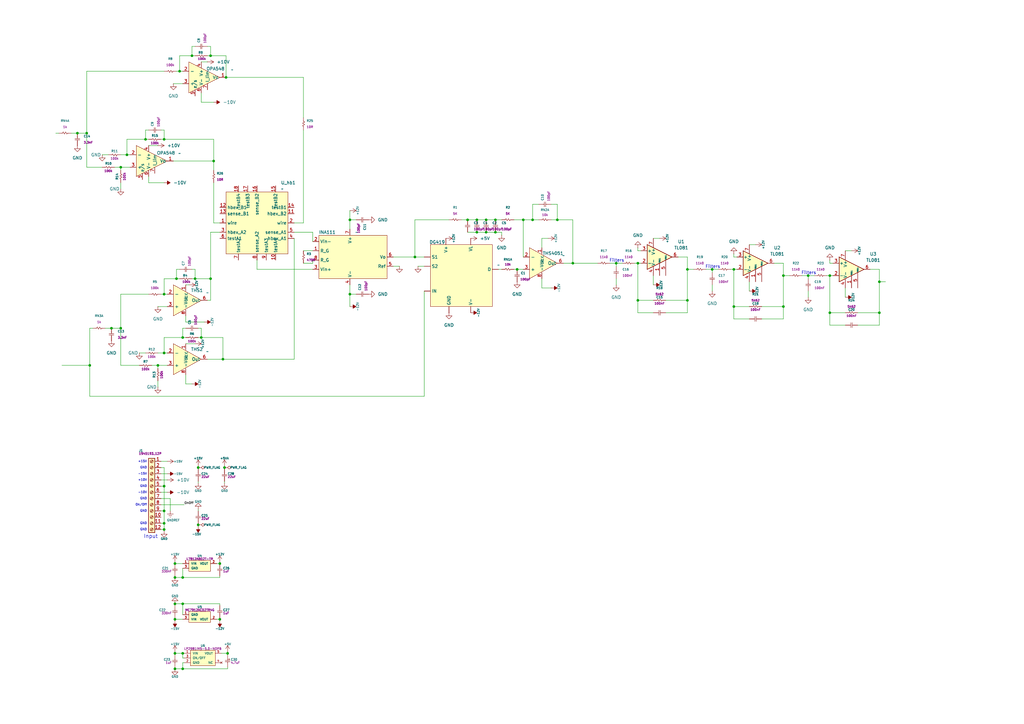
<source format=kicad_sch>
(kicad_sch (version 20231120) (generator "eeschema") (generator_version "8.0")
  (paper "A3")
  (junction (at 35.56 54.61))
  (junction (at 281.94 110.49))
  (junction (at 252.73 107.95))
  (junction (at 92.71 31.75))
  (junction (at 36.83 149.86))
  (junction (at 67.31 214.63))
  (junction (at 78.74 22.86))
  (junction (at 71.755 231.14))
  (junction (at 199.39 90.17))
  (junction (at 71.755 236.855))
  (junction (at 71.755 247.65))
  (junction (at 74.93 267.97))
  (junction (at 87.63 66.04))
  (junction (at 73.66 29.21))
  (junction (at 93.345 267.97))
  (junction (at 300.99 125.73))
  (junction (at 261.62 123.19))
  (junction (at 74.93 138.43))
  (junction (at 81.28 191.77))
  (junction (at 74.93 274.32))
  (junction (at 49.53 68.58))
  (junction (at 67.31 144.78))
  (junction (at 71.755 274.32))
  (junction (at 360.68 115.57))
  (junction (at 45.72 134.62))
  (junction (at 90.17 254))
  (junction (at 300.99 110.49))
  (junction (at 82.55 138.43))
  (junction (at 340.36 113.03))
  (junction (at 321.31 125.73))
  (junction (at 91.44 147.32))
  (junction (at 71.755 254))
  (junction (at 214.63 90.17))
  (junction (at 74.93 236.855))
  (junction (at 261.62 107.95))
  (junction (at 67.31 209.55))
  (junction (at 360.68 128.27))
  (junction (at 331.47 113.03))
  (junction (at 74.93 247.65))
  (junction (at 340.36 128.27))
  (junction (at 170.18 105.41))
  (junction (at 212.09 110.49))
  (junction (at 191.77 90.17))
  (junction (at 195.58 95.25))
  (junction (at 92.075 191.77))
  (junction (at 49.53 134.62))
  (junction (at 71.755 267.97))
  (junction (at 86.36 22.86))
  (junction (at 321.31 113.03))
  (junction (at 52.07 63.5))
  (junction (at 203.2 90.17))
  (junction (at 218.44 90.17))
  (junction (at 67.31 120.65))
  (junction (at 31.75 54.61))
  (junction (at 228.6 90.17))
  (junction (at 234.95 107.95))
  (junction (at 72.39 114.3))
  (junction (at 143.51 90.17))
  (junction (at 281.94 123.19))
  (junction (at 59.69 57.15))
  (junction (at 81.28 215.265))
  (junction (at 86.36 114.3))
  (junction (at 292.1 110.49))
  (junction (at 199.39 95.25))
  (junction (at 67.31 57.15))
  (junction (at 143.51 120.65))
  (junction (at 90.17 231.14))
  (junction (at 67.31 217.17))
  (junction (at 203.2 95.25))
  (junction (at 195.58 90.17))
  (junction (at 80.01 114.3))
  (junction (at 64.77 149.86))
  (junction (at 67.31 199.39))
  (wire (pts (xy 71.12 66.04) (xy 87.63 66.04)))
  (wire (pts (xy 234.95 90.17) (xy 234.95 107.95)))
  (wire (pts (xy 35.56 29.21) (xy 67.31 29.21)))
  (wire (pts (xy 124.46 91.44) (xy 120.65 91.44)))
  (wire (pts (xy 76.2 129.54) (xy 76.2 132.08)))
  (wire (pts (xy 203.2 95.25) (xy 205.74 95.25)))
  (wire (pts (xy 222.25 101.6) (xy 222.25 97.79)))
  (wire (pts (xy 74.93 271.78) (xy 74.93 274.32)))
  (wire (pts (xy 82.55 134.62) (xy 82.55 138.43)))
  (wire (pts (xy 80.01 110.49) (xy 80.01 114.3)))
  (wire (pts (xy 203.2 90.17) (xy 205.74 90.17)))
  (wire (pts (xy 49.53 68.58) (xy 53.34 68.58)))
  (wire (pts (xy 71.755 248.285) (xy 71.755 247.65)))
  (wire (pts (xy 59.69 57.15) (xy 60.96 57.15)))
  (wire (pts (xy 312.42 125.73) (xy 321.31 125.73)))
  (wire (pts (xy 222.25 118.11) (xy 226.06 118.11)))
  (wire (pts (xy 66.04 120.65) (xy 67.31 120.65)))
  (wire (pts (xy 78.74 22.86) (xy 80.01 22.86)))
  (wire (pts (xy 87.63 74.93) (xy 87.63 91.44)))
  (wire (pts (xy 143.51 90.17) (xy 143.51 93.98)))
  (wire (pts (xy 29.21 54.61) (xy 31.75 54.61)))
  (wire (pts (xy 351.79 128.27) (xy 360.68 128.27)))
  (wire (pts (xy 74.93 236.855) (xy 90.17 236.855)))
  (wire (pts (xy 76.2 132.08) (xy 83.82 132.08)))
  (wire (pts (xy 59.69 57.15) (xy 59.69 53.34)))
  (wire (pts (xy 71.755 236.855) (xy 71.755 236.22)))
  (wire (pts (xy 81.28 138.43) (xy 82.55 138.43)))
  (wire (pts (xy 360.68 110.49) (xy 360.68 115.57)))
  (wire (pts (xy 22.86 54.61) (xy 24.13 54.61)))
  (wire (pts (xy 170.18 90.17) (xy 184.15 90.17)))
  (wire (pts (xy 191.77 95.25) (xy 195.58 95.25)))
  (wire (pts (xy 67.31 138.43) (xy 67.31 144.78)))
  (wire (pts (xy 67.31 53.34) (xy 67.31 57.15)))
  (wire (pts (xy 66.04 201.93) (xy 68.58 201.93)))
  (wire (pts (xy 72.39 114.3) (xy 73.66 114.3)))
  (wire (pts (xy 273.05 128.27) (xy 281.94 128.27)))
  (wire (pts (xy 74.93 267.97) (xy 74.93 269.875)))
  (wire (pts (xy 68.58 194.31) (xy 66.04 194.31)))
  (wire (pts (xy 78.74 114.3) (xy 80.01 114.3)))
  (wire (pts (xy 35.56 29.21) (xy 35.56 54.61)))
  (wire (pts (xy 76.2 116.84) (xy 77.47 116.84)))
  (wire (pts (xy 67.31 214.63) (xy 67.31 217.17)))
  (wire (pts (xy 105.41 106.68) (xy 105.41 110.49)))
  (wire (pts (xy 92.71 31.75) (xy 124.46 31.75)))
  (wire (pts (xy 25.4 149.86) (xy 36.83 149.86)))
  (wire (pts (xy 64.77 125.73) (xy 68.58 125.73)))
  (wire (pts (xy 60.96 59.69) (xy 64.77 59.69)))
  (wire (pts (xy 226.06 90.17) (xy 228.6 90.17)))
  (wire (pts (xy 86.36 123.19) (xy 86.36 114.3)))
  (wire (pts (xy 74.93 269.875) (xy 75.565 269.875)))
  (wire (pts (xy 49.53 68.58) (xy 49.53 69.85)))
  (wire (pts (xy 93.345 268.605) (xy 93.345 267.97)))
  (wire (pts (xy 78.74 22.86) (xy 78.74 19.05)))
  (wire (pts (xy 72.39 114.3) (xy 72.39 110.49)))
  (wire (pts (xy 341.63 113.03) (xy 340.36 113.03)))
  (wire (pts (xy 341.63 107.95) (xy 340.36 107.95)))
  (wire (pts (xy 281.94 128.27) (xy 281.94 123.19)))
  (wire (pts (xy 74.93 236.855) (xy 71.755 236.855)))
  (wire (pts (xy 81.28 197.485) (xy 81.28 198.12)))
  (wire (pts (xy 93.345 267.97) (xy 90.805 267.97)))
  (wire (pts (xy 75.565 271.78) (xy 74.93 271.78)))
  (wire (pts (xy 281.94 110.49) (xy 284.48 110.49)))
  (wire (pts (xy 267.97 128.27) (xy 261.62 128.27)))
  (wire (pts (xy 62.23 149.86) (xy 64.77 149.86)))
  (wire (pts (xy 74.93 233.045) (xy 74.93 236.855)))
  (wire (pts (xy 161.29 109.22) (xy 163.83 109.22)))
  (wire (pts (xy 300.99 110.49) (xy 300.99 125.73)))
  (wire (pts (xy 222.25 114.3) (xy 222.25 118.11)))
  (wire (pts (xy 87.63 66.04) (xy 87.63 69.85)))
  (wire (pts (xy 73.66 29.21) (xy 73.66 22.86)))
  (wire (pts (xy 321.31 125.73) (xy 321.31 113.03)))
  (wire (pts (xy 299.72 110.49) (xy 300.99 110.49)))
  (wire (pts (xy 222.25 97.79) (xy 224.79 97.79)))
  (wire (pts (xy 66.04 189.23) (xy 68.58 189.23)))
  (wire (pts (xy 88.9 254) (xy 90.17 254)))
  (wire (pts (xy 173.99 119.38) (xy 173.99 162.56)))
  (wire (pts (xy 69.85 204.47) (xy 69.85 209.55)))
  (wire (pts (xy 218.44 90.17) (xy 220.98 90.17)))
  (wire (pts (xy 67.31 199.39) (xy 67.31 209.55)))
  (wire (pts (xy 307.34 130.81) (xy 300.99 130.81)))
  (wire (pts (xy 74.93 138.43) (xy 74.93 134.62)))
  (wire (pts (xy 60.96 74.93) (xy 67.31 74.93)))
  (wire (pts (xy 199.39 95.25) (xy 203.2 95.25)))
  (wire (pts (xy 71.755 267.97) (xy 71.755 268.605)))
  (wire (pts (xy 35.56 68.58) (xy 35.56 54.61)))
  (wire (pts (xy 85.09 22.86) (xy 86.36 22.86)))
  (wire (pts (xy 92.075 191.77) (xy 92.075 192.405)))
  (wire (pts (xy 82.55 138.43) (xy 91.44 138.43)))
  (wire (pts (xy 31.75 54.61) (xy 35.56 54.61)))
  (wire (pts (xy 128.27 95.25) (xy 128.27 99.06)))
  (wire (pts (xy 67.31 209.55) (xy 66.04 209.55)))
  (wire (pts (xy 49.53 120.65) (xy 60.96 120.65)))
  (wire (pts (xy 360.68 110.49) (xy 356.87 110.49)))
  (wire (pts (xy 82.55 41.91) (xy 87.63 41.91)))
  (wire (pts (xy 93.345 274.32) (xy 74.93 274.32)))
  (wire (pts (xy 262.89 107.95) (xy 261.62 107.95)))
  (wire (pts (xy 250.19 107.95) (xy 252.73 107.95)))
  (wire (pts (xy 218.44 90.17) (xy 218.44 83.82)))
  (wire (pts (xy 302.26 105.41) (xy 300.99 105.41)))
  (wire (pts (xy 205.74 95.25) (xy 205.74 96.52)))
  (wire (pts (xy 74.93 267.97) (xy 75.565 267.97)))
  (wire (pts (xy 90.17 236.855) (xy 90.17 236.22)))
  (wire (pts (xy 204.47 110.49) (xy 205.74 110.49)))
  (wire (pts (xy 261.62 123.19) (xy 261.62 128.27)))
  (wire (pts (xy 36.83 149.86) (xy 36.83 162.56)))
  (wire (pts (xy 161.29 105.41) (xy 170.18 105.41)))
  (wire (pts (xy 143.51 90.17) (xy 146.05 90.17)))
  (wire (pts (xy 173.99 105.41) (xy 170.18 105.41)))
  (wire (pts (xy 71.755 231.14) (xy 74.93 231.14)))
  (wire (pts (xy 60.96 72.39) (xy 60.96 74.93)))
  (wire (pts (xy 340.36 113.03) (xy 340.36 128.27)))
  (wire (pts (xy 36.83 134.62) (xy 38.1 134.62)))
  (wire (pts (xy 267.97 113.03) (xy 267.97 116.84)))
  (wire (pts (xy 74.93 254) (xy 71.755 254)))
  (wire (pts (xy 124.46 107.95) (xy 128.27 107.95)))
  (wire (pts (xy 52.07 57.15) (xy 59.69 57.15)))
  (wire (pts (xy 67.31 217.17) (xy 66.04 217.17)))
  (wire (pts (xy 90.17 247.65) (xy 90.17 248.285)))
  (wire (pts (xy 143.51 120.65) (xy 143.51 125.73)))
  (wire (pts (xy 49.53 149.86) (xy 57.15 149.86)))
  (wire (pts (xy 73.66 29.21) (xy 74.93 29.21)))
  (wire (pts (xy 81.28 208.915) (xy 81.28 209.55)))
  (wire (pts (xy 260.35 107.95) (xy 261.62 107.95)))
  (wire (pts (xy 307.34 115.57) (xy 307.34 119.38)))
  (wire (pts (xy 93.345 267.335) (xy 93.345 267.97)))
  (wire (pts (xy 91.44 138.43) (xy 91.44 147.32)))
  (wire (pts (xy 90.17 231.14) (xy 90.17 230.505)))
  (wire (pts (xy 67.31 199.39) (xy 66.04 199.39)))
  (wire (pts (xy 331.47 113.03) (xy 334.01 113.03)))
  (wire (pts (xy 66.04 57.15) (xy 67.31 57.15)))
  (wire (pts (xy 71.755 254.635) (xy 71.755 254)))
  (wire (pts (xy 143.51 116.84) (xy 143.51 120.65)))
  (wire (pts (xy 300.99 105.41) (xy 300.99 104.14)))
  (wire (pts (xy 67.31 209.55) (xy 67.31 214.63)))
  (wire (pts (xy 120.65 147.32) (xy 120.65 97.79)))
  (wire (pts (xy 82.55 25.4) (xy 85.09 25.4)))
  (wire (pts (xy 74.93 134.62) (xy 76.2 134.62)))
  (wire (pts (xy 312.42 130.81) (xy 321.31 130.81)))
  (wire (pts (xy 231.14 107.95) (xy 234.95 107.95)))
  (wire (pts (xy 76.2 140.97) (xy 80.01 140.97)))
  (wire (pts (xy 71.755 274.32) (xy 74.93 274.32)))
  (wire (pts (xy 212.09 110.49) (xy 214.63 110.49)))
  (wire (pts (xy 74.93 138.43) (xy 76.2 138.43)))
  (wire (pts (xy 228.6 90.17) (xy 234.95 90.17)))
  (wire (pts (xy 261.62 123.19) (xy 267.97 123.19)))
  (wire (pts (xy 93.345 273.685) (xy 93.345 274.32)))
  (wire (pts (xy 214.63 90.17) (xy 218.44 90.17)))
  (wire (pts (xy 87.63 57.15) (xy 87.63 66.04)))
  (wire (pts (xy 292.1 110.49) (xy 294.64 110.49)))
  (wire (pts (xy 340.36 107.95) (xy 340.36 106.68)))
  (wire (pts (xy 331.47 119.38) (xy 331.47 121.92)))
  (wire (pts (xy 292.1 116.84) (xy 292.1 119.38)))
  (wire (pts (xy 76.2 157.48) (xy 78.74 157.48)))
  (wire (pts (xy 331.47 113.03) (xy 331.47 114.3)))
  (wire (pts (xy 72.39 29.21) (xy 73.66 29.21)))
  (wire (pts (xy 270.51 97.79) (xy 267.97 97.79)))
  (wire (pts (xy 90.17 254.635) (xy 90.17 254)))
  (wire (pts (xy 66.04 191.77) (xy 67.31 191.77)))
  (wire (pts (xy 351.79 133.35) (xy 360.68 133.35)))
  (wire (pts (xy 64.77 144.78) (xy 67.31 144.78)))
  (wire (pts (xy 43.18 134.62) (xy 45.72 134.62)))
  (wire (pts (xy 67.31 57.15) (xy 87.63 57.15)))
  (wire (pts (xy 218.44 83.82) (xy 220.98 83.82)))
  (wire (pts (xy 328.93 113.03) (xy 331.47 113.03)))
  (wire (pts (xy 340.36 128.27) (xy 346.71 128.27)))
  (wire (pts (xy 228.6 83.82) (xy 228.6 90.17)))
  (wire (pts (xy 321.31 107.95) (xy 317.5 107.95)))
  (wire (pts (xy 45.72 134.62) (xy 49.53 134.62)))
  (wire (pts (xy 321.31 107.95) (xy 321.31 113.03)))
  (wire (pts (xy 71.755 247.65) (xy 74.93 247.65)))
  (wire (pts (xy 36.83 162.56) (xy 173.99 162.56)))
  (wire (pts (xy 124.46 102.87) (xy 128.27 102.87)))
  (wire (pts (xy 92.075 191.135) (xy 92.075 191.77)))
  (wire (pts (xy 170.18 105.41) (xy 170.18 90.17)))
  (wire (pts (xy 82.55 38.1) (xy 82.55 41.91)))
  (wire (pts (xy 71.755 274.32) (xy 71.755 273.685)))
  (wire (pts (xy 86.36 19.05) (xy 86.36 22.86)))
  (wire (pts (xy 71.755 230.505) (xy 71.755 231.14)))
  (wire (pts (xy 281.94 105.41) (xy 281.94 110.49)))
  (wire (pts (xy 52.07 63.5) (xy 53.34 63.5)))
  (wire (pts (xy 300.99 125.73) (xy 307.34 125.73)))
  (wire (pts (xy 86.36 22.86) (xy 92.71 22.86)))
  (wire (pts (xy 66.04 53.34) (xy 67.31 53.34)))
  (wire (pts (xy 67.31 138.43) (xy 74.93 138.43)))
  (wire (pts (xy 49.53 120.65) (xy 49.53 134.62)))
  (wire (pts (xy 105.41 110.49) (xy 128.27 110.49)))
  (wire (pts (xy 78.74 19.05) (xy 80.01 19.05)))
  (wire (pts (xy 59.69 53.34) (xy 60.96 53.34)))
  (wire (pts (xy 46.99 68.58) (xy 49.53 68.58)))
  (wire (pts (xy 360.68 115.57) (xy 363.22 115.57)))
  (wire (pts (xy 226.06 83.82) (xy 228.6 83.82)))
  (wire (pts (xy 210.82 90.17) (xy 214.63 90.17)))
  (wire (pts (xy 91.44 147.32) (xy 120.65 147.32)))
  (wire (pts (xy 86.36 114.3) (xy 86.36 95.25)))
  (wire (pts (xy 210.82 110.49) (xy 212.09 110.49)))
  (wire (pts (xy 49.53 63.5) (xy 52.07 63.5)))
  (wire (pts (xy 64.77 149.86) (xy 68.58 149.86)))
  (wire (pts (xy 92.075 197.485) (xy 92.075 198.12)))
  (wire (pts (xy 74.93 247.65) (xy 74.93 252.095)))
  (wire (pts (xy 67.31 120.65) (xy 68.58 120.65)))
  (wire (pts (xy 49.53 149.86) (xy 49.53 134.62)))
  (wire (pts (xy 81.28 134.62) (xy 82.55 134.62)))
  (wire (pts (xy 71.12 34.29) (xy 74.93 34.29)))
  (wire (pts (xy 261.62 107.95) (xy 261.62 123.19)))
  (wire (pts (xy 67.31 114.3) (xy 72.39 114.3)))
  (wire (pts (xy 67.31 191.77) (xy 67.31 199.39)))
  (wire (pts (xy 309.88 100.33) (xy 307.34 100.33)))
  (wire (pts (xy 52.07 57.15) (xy 52.07 63.5)))
  (wire (pts (xy 36.83 134.62) (xy 36.83 149.86)))
  (wire (pts (xy 64.77 156.21) (xy 64.77 158.75)))
  (wire (pts (xy 214.63 90.17) (xy 214.63 105.41)))
  (wire (pts (xy 321.31 130.81) (xy 321.31 125.73)))
  (wire (pts (xy 171.45 109.22) (xy 173.99 109.22)))
  (wire (pts (xy 360.68 133.35) (xy 360.68 128.27)))
  (wire (pts (xy 346.71 118.11) (xy 346.71 121.92)))
  (wire (pts (xy 252.73 107.95) (xy 252.73 109.22)))
  (wire (pts (xy 81.28 214.63) (xy 81.28 215.265)))
  (wire (pts (xy 262.89 102.87) (xy 261.62 102.87)))
  (wire (pts (xy 234.95 107.95) (xy 245.11 107.95)))
  (wire (pts (xy 90.17 231.14) (xy 88.9 231.14)))
  (wire (pts (xy 124.46 53.34) (xy 124.46 91.44)))
  (wire (pts (xy 49.53 74.93) (xy 49.53 77.47)))
  (wire (pts (xy 71.755 267.335) (xy 71.755 267.97)))
  (wire (pts (xy 339.09 113.03) (xy 340.36 113.03)))
  (wire (pts (xy 143.51 120.65) (xy 146.05 120.65)))
  (wire (pts (xy 124.46 31.75) (xy 124.46 48.26)))
  (wire (pts (xy 81.28 191.77) (xy 81.28 192.405)))
  (wire (pts (xy 67.31 144.78) (xy 68.58 144.78)))
  (wire (pts (xy 80.01 114.3) (xy 86.36 114.3)))
  (wire (pts (xy 321.31 113.03) (xy 323.85 113.03)))
  (wire (pts (xy 292.1 110.49) (xy 292.1 111.76)))
  (wire (pts (xy 261.62 102.87) (xy 261.62 101.6)))
  (wire (pts (xy 76.2 153.67) (xy 76.2 157.48)))
  (wire (pts (xy 273.05 123.19) (xy 281.94 123.19)))
  (wire (pts (xy 73.66 22.86) (xy 78.74 22.86)))
  (wire (pts (xy 346.71 133.35) (xy 340.36 133.35)))
  (wire (pts (xy 86.36 95.25) (xy 90.17 95.25)))
  (wire (pts (xy 66.04 204.47) (xy 69.85 204.47)))
  (wire (pts (xy 252.73 107.95) (xy 255.27 107.95)))
  (wire (pts (xy 85.09 147.32) (xy 91.44 147.32)))
  (wire (pts (xy 281.94 123.19) (xy 281.94 110.49)))
  (wire (pts (xy 195.58 90.17) (xy 199.39 90.17)))
  (wire (pts (xy 41.91 68.58) (xy 35.56 68.58)))
  (wire (pts (xy 300.99 125.73) (xy 300.99 130.81)))
  (wire (pts (xy 289.56 110.49) (xy 292.1 110.49)))
  (wire (pts (xy 128.27 107.95) (xy 128.27 106.68)))
  (wire (pts (xy 67.31 214.63) (xy 66.04 214.63)))
  (wire (pts (xy 87.63 91.44) (xy 90.17 91.44)))
  (wire (pts (xy 199.39 90.17) (xy 203.2 90.17)))
  (wire (pts (xy 92.71 31.75) (xy 92.71 22.86)))
  (wire (pts (xy 66.04 196.85) (xy 68.58 196.85)))
  (wire (pts (xy 340.36 128.27) (xy 340.36 133.35)))
  (wire (pts (xy 360.68 128.27) (xy 360.68 115.57)))
  (wire (pts (xy 85.09 19.05) (xy 86.36 19.05)))
  (wire (pts (xy 66.04 207.01) (xy 75.565 207.01)))
  (wire (pts (xy 195.58 95.25) (xy 199.39 95.25)))
  (wire (pts (xy 64.77 149.86) (xy 64.77 151.13)))
  (wire (pts (xy 67.31 120.65) (xy 67.31 114.3)))
  (wire (pts (xy 81.28 215.9) (xy 81.28 215.265)))
  (wire (pts (xy 90.17 254) (xy 90.17 253.365)))
  (wire (pts (xy 72.39 110.49) (xy 73.66 110.49)))
  (wire (pts (xy 252.73 114.3) (xy 252.73 116.84)))
  (wire (pts (xy 71.755 267.97) (xy 74.93 267.97)))
  (wire (pts (xy 86.36 123.19) (xy 85.09 123.19)))
  (wire (pts (xy 67.31 217.17) (xy 67.31 217.805)))
  (wire (pts (xy 120.65 95.25) (xy 128.27 95.25)))
  (wire (pts (xy 41.91 63.5) (xy 44.45 63.5)))
  (wire (pts (xy 71.755 254) (xy 71.755 253.365)))
  (wire (pts (xy 57.15 144.78) (xy 59.69 144.78)))
  (wire (pts (xy 302.26 110.49) (xy 300.99 110.49)))
  (wire (pts (xy 349.25 102.87) (xy 346.71 102.87)))
  (wire (pts (xy 143.51 86.36) (xy 143.51 90.17)))
  (wire (pts (xy 74.93 247.65) (xy 90.17 247.65)))
  (wire (pts (xy 281.94 105.41) (xy 278.13 105.41)))
  (wire (pts (xy 78.74 110.49) (xy 80.01 110.49)))
  (wire (pts (xy 189.23 90.17) (xy 191.77 90.17)))
  (wire (pts (xy 81.28 191.135) (xy 81.28 191.77)))
  (wire (pts (xy 191.77 90.17) (xy 195.58 90.17)))
  (text "Input" (at 64.77 220.98 0) (effects (font (size 1.4986 1.4986)) (justify right bottom)))
  (text "GND" (at 60.325 205.105 0) (effects (font (size 0.889 0.889)) (justify right bottom)))
  (text "+15V" (at 60.325 189.865 0) (effects (font (size 0.889 0.889)) (justify right bottom)))
  (text "-15V" (at 60.325 194.945 0) (effects (font (size 0.889 0.889)) (justify right bottom)))
  (text "GND" (at 60.325 217.805 0) (effects (font (size 0.889 0.889)) (justify right bottom)))
  (text "GND" (at 60.325 215.265 0) (effects (font (size 0.889 0.889)) (justify right bottom)))
  (text "On/Off" (at 60.325 207.645 0) (effects (font (size 0.889 0.889)) (justify right bottom)))
  (text "-10V" (at 60.325 202.565 0) (effects (font (size 0.889 0.889)) (justify right bottom)))
  (text "GND" (at 60.325 210.185 0) (effects (font (size 0.889 0.889)) (justify right bottom)))
  (text "GND" (at 60.325 200.025 0) (effects (font (size 0.889 0.889)) (justify right bottom)))
  (text "+10V\n" (at 60.325 197.485 0) (effects (font (size 0.889 0.889)) (justify right bottom)))
  (text "Filters" (at 252.984 106.934 0) (effects (font (size 1.27 1.27))))
  (text "Filters" (at 331.724 112.014 0) (effects (font (size 1.27 1.27))))
  (text "Filters" (at 292.354 109.474 0) (effects (font (size 1.27 1.27))))
  (text "GND" (at 60.325 192.405 0) (effects (font (size 0.889 0.889)) (justify right bottom)))
  (label "OnOff" (at 75.565 207.01 0) (effects (font (size 0.889 0.889))))
  (symbol (lib_id "10-Resistor:R_0402_100k_CID10.9.12") (at 63.5 57.15 270) (unit 1)
    (property "Reference" "R15" (at 63.5 55.626 90) (effects (font (size 0.889 0.889))))
    (property "Value" "R_0402_100k_CID10.9.12" (effects (hide yes)))
    (property "Footprint" "R0402_RESC100X50X37L20N" (effects (hide yes)))
    (property "Datasheet" "http://partkeepr.local.space.dtu.dk/api/part_attachments/806/getFile" (effects (hide yes)))
    (property "Description" "RES SMD 100k 5% 0.063W 0402" (effects (hide yes)))
    (property "Packaging" "Tape & Reel (TR)" (effects (hide yes)))
    (property "Case/Package" "0402" (effects (hide yes)))
    (property "Reviewed" "No" (effects (hide yes)))
    (property "Component value" "100k" (at 63.5 58.674 90) (effects (font (size 0.889 0.889))))
    (property "MPN" "RCA0402100KJNED" (effects (hide yes)))
  )
  (symbol (lib_name "THS4051_1") (lib_id "8-Microcircuits:THS4051") (at 73.66 123.19 0) (unit 1)
    (property "Reference" "THS1" (at 80.772 119.126 0))
    (property "Value" "~" (at 85.09 120.0465 0))
  )
  (symbol (lib_id "10-Resistor:R_0603_11k0_CID10.9.4566") (at 297.18 110.49 90) (unit 1)
    (property "Reference" "R20" (at 297.18 105.41 90) (effects (font (size 0.889 0.889))))
    (property "Value" "R_0603_11k0_CID10.9.4566" (effects (hide yes)))
    (property "Footprint" "R0603_RESC155X85X50L27NN" (effects (hide yes)))
    (property "Datasheet" "http://partkeepr.local.space.dtu.dk/api/part_attachments/5389/getFile" (effects (hide yes)))
    (property "Description" "RES SMD 11k0 1% 0.1W 0603 100 ppm FM" (effects (hide yes)))
    (property "Resistance" "11.0 kOhm" (effects (hide yes)))
    (property "Tolerance" "1.0 %" (effects (hide yes)))
    (property "TCR" "100 ppm" (effects (hide yes)))
    (property "Voltage" "50.0 V" (effects (hide yes)))
    (property "Material" "Thick film" (effects (hide yes)))
    (property "Case size" "0603" (effects (hide yes)))
    (property "Specification" "ESCC QPL 4001/026" (effects (hide yes)))
    (property "MPN" "4001026011102F4" (effects (hide yes)))
    (property "COTS MPN" "CRCW060311K0FKEA" (effects (hide yes)))
    (property "Reviewed" "Yes, by DTCH on 23-06-2023 11:59:16" (effects (hide yes)))
    (property "Component value" "11k0" (at 297.18 107.95 90) (effects (font (size 0.889 0.889))))
    (property "MPN_1" "4001026011102F4" (effects (hide yes)))
  )
  (symbol (lib_id "dtuspace-power:+12V") (at 77.47 116.84 270) (unit 1)
    (property "Reference" "#PWR046" (effects (hide yes)))
    (property "Value" "+12V" (at 80.645 116.84 0) (effects (font (size 0.889 0.889))))
  )
  (symbol (lib_id "10-Resistor:RN_1206_10k_CID10.10.421") (at 208.28 110.49 90) (unit 1)
    (property "Reference" "RN1" (at 208.28 106.426 90) (effects (font (size 0.889 0.889))))
    (property "Value" "RN_1206_10k_CID10.10.421" (effects (hide yes)))
    (property "Footprint" "RESCAF8P80_320X160X50L30X55N" (effects (hide yes)))
    (property "Datasheet" "http://partkeepr.local.space.dtu.dk/api/part_attachments/938/getFile" (effects (hide yes)))
    (property "Description" "RES ARRAY4 10k 5% 0.063W 1206" (effects (hide yes)))
    (property "Case/Package" "0603" (effects (hide yes)))
    (property "Case/Package (SI)" "3216" (effects (hide yes)))
    (property "Lead-Free Status" "Lead Free" (effects (hide yes)))
    (property "Lifecycle Status" "Not Listed by Manufacturer" (effects (hide yes)))
    (property "Mounting Style" "Surface Mount" (effects (hide yes)))
    (property "Number of Contacts" "8.0 " (effects (hide yes)))
    (property "Packaging" "Cut Tape (CT)" (effects (hide yes)))
    (property "Number of Pins" "8.0 " (effects (hide yes)))
    (property "REACH SVHC Compliance" "No SVHC" (effects (hide yes)))
    (property "Resistance" "10000.0 Ω" (effects (hide yes)))
    (property "Resistance Tolerance" "±5%" (effects (hide yes)))
    (property "RoHS" "Compliant" (effects (hide yes)))
    (property "Size-Height" "500.0 μm" (effects (hide yes)))
    (property "Size-Length" "3.2 mm" (effects (hide yes)))
    (property "Size-Width" "1.6 mm" (effects (hide yes)))
    (property "Voltage Rating (DC)" "50.0 V" (effects (hide yes)))
    (property "Reviewed" "No" (effects (hide yes)))
    (property "Component value" "10k" (at 208.28 108.458 90) (effects (font (size 0.889 0.889))))
    (property "MPN" "EXB-38V103JV" (effects (hide yes)))
  )
  (symbol (lib_id "10-Resistor:R_0603_11k0_CID10.9.4566") (at 247.65 107.95 90) (unit 1)
    (property "Reference" "R17" (at 247.65 102.87 90) (effects (font (size 0.889 0.889))))
    (property "Value" "R_0603_11k0_CID10.9.4566" (effects (hide yes)))
    (property "Footprint" "R0603_RESC155X85X50L27NN" (effects (hide yes)))
    (property "Datasheet" "http://partkeepr.local.space.dtu.dk/api/part_attachments/5389/getFile" (effects (hide yes)))
    (property "Description" "RES SMD 11k0 1% 0.1W 0603 100 ppm FM" (effects (hide yes)))
    (property "Resistance" "11.0 kOhm" (effects (hide yes)))
    (property "Tolerance" "1.0 %" (effects (hide yes)))
    (property "TCR" "100 ppm" (effects (hide yes)))
    (property "Voltage" "50.0 V" (effects (hide yes)))
    (property "Material" "Thick film" (effects (hide yes)))
    (property "Case size" "0603" (effects (hide yes)))
    (property "Specification" "ESCC QPL 4001/026" (effects (hide yes)))
    (property "MPN" "4001026011102F4" (effects (hide yes)))
    (property "COTS MPN" "CRCW060311K0FKEA" (effects (hide yes)))
    (property "Reviewed" "Yes, by DTCH on 23-06-2023 11:59:16" (effects (hide yes)))
    (property "Component value" "11k0" (at 247.65 105.41 90) (effects (font (size 0.889 0.889))))
    (property "MPN_1" "4001026011102F4" (effects (hide yes)))
  )
  (symbol (lib_id "10-Resistor:R_0402_100k_CID10.9.12") (at 63.5 120.65 270) (unit 1)
    (property "Reference" "R5" (at 63.5 115.57 90) (effects (font (size 0.889 0.889))))
    (property "Value" "R_0402_100k_CID10.9.12" (effects (hide yes)))
    (property "Footprint" "R0402_RESC100X50X37L20N" (effects (hide yes)))
    (property "Datasheet" "http://partkeepr.local.space.dtu.dk/api/part_attachments/806/getFile" (effects (hide yes)))
    (property "Description" "RES SMD 100k 5% 0.063W 0402" (effects (hide yes)))
    (property "Packaging" "Tape & Reel (TR)" (effects (hide yes)))
    (property "Case/Package" "0402" (effects (hide yes)))
    (property "Reviewed" "No" (effects (hide yes)))
    (property "Component value" "100k" (at 63.5 118.11 90) (effects (font (size 0.889 0.889))))
    (property "MPN" "RCA0402100KJNED" (effects (hide yes)))
  )
  (symbol (lib_id "dtuspace-power:+12V") (at 80.01 140.97 270) (unit 1)
    (property "Reference" "#PWR045" (effects (hide yes)))
    (property "Value" "+12V" (at 83.185 140.97 0) (effects (font (size 0.889 0.889))))
  )
  (symbol (lib_id "LISA_LDO_v2.2-rescue:+5.5V-dtuspace-power") (at 92.075 191.135 0) (unit 1)
    (property "Reference" "#PWR040" (effects (hide yes)))
    (property "Value" "+5VA" (at 92.075 187.96 0) (effects (font (size 0.889 0.889))))
  )
  (symbol (lib_id "power:+10V") (at 68.58 196.85 270) (unit 1)
    (property "Reference" "#PWR025" (effects (hide yes)))
    (property "Value" "+10V" (at 72.39 196.8499 90) (effects (justify left)))
    (property "Description" "Power symbol creates a global label with name \"+10V\"" (effects (hide yes)))
  )
  (symbol (lib_id "1-Capacitor:C_0402_100nF_16V_X7R_CID1.2.1") (at 292.1 114.3 180) (unit 1)
    (property "Reference" "C17" (at 294.64 113.03 0) (effects (font (size 0.889 0.889)) (justify right)))
    (property "Value" "C_0402_100nF_16V_X7R_CID1.2.1" (effects (hide yes)))
    (property "Footprint" "C0402_CAPC100X50X61L25N" (effects (hide yes)))
    (property "Datasheet" "http://partkeepr.local.space.dtu.dk/api/part_attachments/1/getFile" (effects (hide yes)))
    (property "Description" "CAP CER 100nF 16V X7R 0402 10.0 %" (effects (hide yes)))
    (property "Reviewed" "Yes, by DTCH on 27-03-2023 23:54:06" (effects (hide yes)))
    (property "Tolerance" "10.0 %" (effects (hide yes)))
    (property "Voltage" "16.0 V" (effects (hide yes)))
    (property "Dielectric" "X7R" (effects (hide yes)))
    (property "MPN" "CGA2B1X7R1C104K050BC" (effects (hide yes)))
    (property "Component value" "100nF" (at 294.64 115.57 0) (effects (font (size 0.889 0.889)) (justify right)))
    (property "MPN_1" "CGA2B1X7R1C104K050BC" (effects (hide yes)))
  )
  (symbol (lib_id "power:+5V") (at 193.04 97.79 270) (unit 1)
    (property "Reference" "#PWR014" (effects (hide yes)))
    (property "Value" "+5V" (at 196.85 97.7899 90) (effects (justify left)))
    (property "Description" "Power symbol creates a global label with name \"+5V\"" (effects (hide yes)))
  )
  (symbol (lib_id "1-Capacitor:C_0402_100nF_16V_X7R_CID1.2.1") (at 331.47 116.84 180) (unit 1)
    (property "Reference" "C19" (at 334.01 115.57 0) (effects (font (size 0.889 0.889)) (justify right)))
    (property "Value" "C_0402_100nF_16V_X7R_CID1.2.1" (effects (hide yes)))
    (property "Footprint" "C0402_CAPC100X50X61L25N" (effects (hide yes)))
    (property "Datasheet" "http://partkeepr.local.space.dtu.dk/api/part_attachments/1/getFile" (effects (hide yes)))
    (property "Description" "CAP CER 100nF 16V X7R 0402 10.0 %" (effects (hide yes)))
    (property "Reviewed" "Yes, by DTCH on 27-03-2023 23:54:06" (effects (hide yes)))
    (property "Tolerance" "10.0 %" (effects (hide yes)))
    (property "Voltage" "16.0 V" (effects (hide yes)))
    (property "Dielectric" "X7R" (effects (hide yes)))
    (property "MPN" "CGA2B1X7R1C104K050BC" (effects (hide yes)))
    (property "Component value" "100nF" (at 334.01 118.11 0) (effects (font (size 0.889 0.889)) (justify right)))
    (property "MPN_1" "CGA2B1X7R1C104K050BC" (effects (hide yes)))
  )
  (symbol (lib_id "1-Capacitor:C_0402_100pF_50V_C0G_CID1.2.681") (at 223.52 83.82 90) (unit 1)
    (property "Reference" "C10" (at 222.504 82.296 0) (effects (font (size 0.889 0.889)) (justify left)))
    (property "Value" "C_0402_100pF_50V_C0G_CID1.2.681" (effects (hide yes)))
    (property "Footprint" "C0402_CAPC100X50X61L25N" (effects (hide yes)))
    (property "Datasheet" "http://partkeepr.local.space.dtu.dk/api/part_attachments/1437/getFile" (effects (hide yes)))
    (property "Description" "CAP CER 100pF 50V C0G 0402 5.0 %" (effects (hide yes)))
    (property "Capacitance" "100.0 pF" (effects (hide yes)))
    (property "Case/Package" "0402" (effects (hide yes)))
    (property "Case Code (Imperial)" "0402" (effects (hide yes)))
    (property "Case Code (Metric)" "1005" (effects (hide yes)))
    (property "Contact Plating" "Tin" (effects (hide yes)))
    (property "Depth" "500.0 μm" (effects (hide yes)))
    (property "Dielectric" "C0G" (effects (hide yes)))
    (property "Dissipation Factor" "2.5 %" (effects (hide yes)))
    (property "Height" "550.0 μm" (effects (hide yes)))
    (property "Insulation Resistance" "1.0 GΩ" (effects (hide yes)))
    (property "Lead Free" "Lead Free" (effects (hide yes)))
    (property "Length" "1.0 mm" (effects (hide yes)))
    (property "Lifecycle Status" "Production (Last Updated: 2 years ago)" (effects (hide yes)))
    (property "Manufacturer Lifecycle Status" "ACTIVE (Last Updated: 2 years ago)" (effects (hide yes)))
    (property "Material" "Ceramic" (effects (hide yes)))
    (property "Max Operating Temperature" "125.0 °C" (effects (hide yes)))
    (property "Min Operating Temperature" "-55.0 °C" (effects (hide yes)))
    (property "Mount" "PCB, Surface Mount" (effects (hide yes)))
    (property "Number of Pins" "2.0 " (effects (hide yes)))
    (property "Packaging" "Cut Tape" (effects (hide yes)))
    (property "Radiation Hardening" "No" (effects (hide yes)))
    (property "REACH SVHC" "No SVHC" (effects (hide yes)))
    (property "RoHS" "Compliant" (effects (hide yes)))
    (property "Temperature Coefficient" "30.0 ppm/°C" (effects (hide yes)))
    (property "Termination" "SMD/SMT" (effects (hide yes)))
    (property "Thickness" "558.8 μm" (effects (hide yes)))
    (property "Tolerance" "5.0 %" (effects (hide yes)))
    (property "Voltage" "50.0 V" (effects (hide yes)))
    (property "Voltage Rating" "50.0 V" (effects (hide yes)))
    (property "Voltage Rating (AC)" "50.0 V" (effects (hide yes)))
    (property "Voltage Rating (DC)" "50.0 V" (effects (hide yes)))
    (property "Width" "508.0 μm" (effects (hide yes)))
    (property "Reviewed" "No" (effects (hide yes)))
    (property "Component value" "100pF" (at 225.044 82.55 0) (effects (font (size 0.889 0.889)) (justify left)))
    (property "MPN" "04025A101JAT2A" (effects (hide yes)))
  )
  (symbol (lib_id "power:GND") (at 184.15 128.27 0) (unit 1)
    (property "Reference" "#PWR015" (effects (hide yes)))
    (property "Value" "GND" (at 184.15 133.35 0))
    (property "Description" "Power symbol creates a global label with name \"GND\" , ground" (effects (hide yes)))
  )
  (symbol (lib_id "dtuspace-power:GND") (at 81.28 198.12 0) (unit 1)
    (property "Reference" "#PWR035" (effects (hide yes)))
    (property "Value" "GND" (at 81.28 201.295 0) (effects (font (size 0.889 0.889))))
  )
  (symbol (lib_id "LISA_LDO_v2.2-rescue:C_0805_330nF_50V_X7R_CID1.2.632-dtuspace") (at 71.755 233.68 0) (mirror x) (unit 1)
    (property "Reference" "C21" (at 69.215 233.045 0) (effects (font (size 0.889 0.889)) (justify right)))
    (property "Value" "C_0805_330nF_50V_X7R_CID1.2.632" (effects (hide yes)))
    (property "Footprint" "dtuspace:C0805_CAPC200X125X130L45N" (effects (hide yes)))
    (property "Datasheet" "N/A" (effects (hide yes)))
    (property "MPN" "CL21B334KBFNNNE" (effects (hide yes)))
    (property "Component value" "330nF" (at 70.485 234.315 0) (effects (font (size 0.889 0.889)) (justify right)))
    (property "Sim.Device" "SPICE" (effects (hide yes)))
    (property "Sim.Params" "type=\"C\" model=\"330nF\" lib=\"\"" (effects (hide yes)))
    (property "Sim.Pins" "1=1 2=2" (effects (hide yes)))
  )
  (symbol (lib_id "1-Capacitor:C_0402_100pF_50V_C0G_CID1.2.681") (at 148.59 120.65 90) (unit 1)
    (property "Reference" "C12" (at 147.574 119.126 0) (effects (font (size 0.889 0.889)) (justify left)))
    (property "Value" "C_0402_100pF_50V_C0G_CID1.2.681" (effects (hide yes)))
    (property "Footprint" "C0402_CAPC100X50X61L25N" (effects (hide yes)))
    (property "Datasheet" "http://partkeepr.local.space.dtu.dk/api/part_attachments/1437/getFile" (effects (hide yes)))
    (property "Description" "CAP CER 100pF 50V C0G 0402 5.0 %" (effects (hide yes)))
    (property "Capacitance" "100.0 pF" (effects (hide yes)))
    (property "Case/Package" "0402" (effects (hide yes)))
    (property "Case Code (Imperial)" "0402" (effects (hide yes)))
    (property "Case Code (Metric)" "1005" (effects (hide yes)))
    (property "Contact Plating" "Tin" (effects (hide yes)))
    (property "Depth" "500.0 μm" (effects (hide yes)))
    (property "Dielectric" "C0G" (effects (hide yes)))
    (property "Dissipation Factor" "2.5 %" (effects (hide yes)))
    (property "Height" "550.0 μm" (effects (hide yes)))
    (property "Insulation Resistance" "1.0 GΩ" (effects (hide yes)))
    (property "Lead Free" "Lead Free" (effects (hide yes)))
    (property "Length" "1.0 mm" (effects (hide yes)))
    (property "Lifecycle Status" "Production (Last Updated: 2 years ago)" (effects (hide yes)))
    (property "Manufacturer Lifecycle Status" "ACTIVE (Last Updated: 2 years ago)" (effects (hide yes)))
    (property "Material" "Ceramic" (effects (hide yes)))
    (property "Max Operating Temperature" "125.0 °C" (effects (hide yes)))
    (property "Min Operating Temperature" "-55.0 °C" (effects (hide yes)))
    (property "Mount" "PCB, Surface Mount" (effects (hide yes)))
    (property "Number of Pins" "2.0 " (effects (hide yes)))
    (property "Packaging" "Cut Tape" (effects (hide yes)))
    (property "Radiation Hardening" "No" (effects (hide yes)))
    (property "REACH SVHC" "No SVHC" (effects (hide yes)))
    (property "RoHS" "Compliant" (effects (hide yes)))
    (property "Temperature Coefficient" "30.0 ppm/°C" (effects (hide yes)))
    (property "Termination" "SMD/SMT" (effects (hide yes)))
    (property "Thickness" "558.8 μm" (effects (hide yes)))
    (property "Tolerance" "5.0 %" (effects (hide yes)))
    (property "Voltage" "50.0 V" (effects (hide yes)))
    (property "Voltage Rating" "50.0 V" (effects (hide yes)))
    (property "Voltage Rating (AC)" "50.0 V" (effects (hide yes)))
    (property "Voltage Rating (DC)" "50.0 V" (effects (hide yes)))
    (property "Width" "508.0 μm" (effects (hide yes)))
    (property "Reviewed" "No" (effects (hide yes)))
    (property "Component value" "100pF" (at 150.114 119.38 0) (effects (font (size 0.889 0.889)) (justify left)))
    (property "MPN" "04025A101JAT2A" (effects (hide yes)))
  )
  (symbol (lib_id "1-Capacitor:C_2220_22uF_25V_X7R_CID1.2.4254") (at 81.28 212.09 0) (unit 1)
    (property "Reference" "C25" (at 82.55 211.455 0) (effects (font (size 0.889 0.889)) (justify left)))
    (property "Value" "C_2220_22uF_25V_X7R_CID1.2.4254" (effects (hide yes)))
    (property "Footprint" "C2220_CAPC570X500X270L60N" (effects (hide yes)))
    (property "Datasheet" "N/A" (effects (hide yes)))
    (property "Capacitance" "22.0 μF" (effects (hide yes)))
    (property "Tolerance" "5.0 %" (effects (hide yes)))
    (property "Voltage" "25.0 V" (effects (hide yes)))
    (property "Dielectric" "X7R" (effects (hide yes)))
    (property "Case size" "2220" (effects (hide yes)))
    (property "Specification" "COTS ESCC QPL 3009/041" (effects (hide yes)))
    (property "MPN" "22203C226JAT2A" (effects (hide yes)))
    (property "Reviewed" "No" (effects (hide yes)))
    (property "Component value" "22uF" (at 82.55 212.725 0) (effects (font (size 0.889 0.889)) (justify left)))
    (property "MPN_1" "22203C226JAT2A" (effects (hide yes)))
  )
  (symbol (lib_id "dtuspace-power:PWR_FLAG") (at 81.28 215.265 270) (unit 1)
    (property "Reference" "#FLG02" (effects (hide yes)))
    (property "Value" "PWR_FLAG" (at 86.995 215.265 90) (effects (font (size 0.889 0.889))))
  )
  (symbol (lib_id "power:GND") (at 151.13 90.17 90) (unit 1)
    (property "Reference" "#PWR011" (effects (hide yes)))
    (property "Value" "GND" (at 154.94 90.1699 90) (effects (justify right)))
    (property "Description" "Power symbol creates a global label with name \"GND\" , ground" (effects (hide yes)))
  )
  (symbol (lib_id "dtuspace-power:+5V") (at 93.345 267.335 0) (unit 1)
    (property "Reference" "#PWR044" (effects (hide yes)))
    (property "Value" "+5V" (at 93.345 264.16 0) (effects (font (size 0.889 0.889))))
  )
  (symbol (lib_id "power:GND") (at 292.1 119.38 0) (unit 1)
    (property "Reference" "#PWR020" (effects (hide yes)))
    (property "Value" "GND" (at 292.1 124.46 0))
    (property "Description" "Power symbol creates a global label with name \"GND\" , ground" (effects (hide yes)))
  )
  (symbol (lib_id "LISA_LDO_v2.2-rescue:C_1210_4.7uF_35V_20%_CID1.3.90-dtuspace") (at 93.345 271.145 0) (unit 1)
    (property "Reference" "C30" (at 94.615 270.51 0) (effects (font (size 0.889 0.889)) (justify left)))
    (property "Value" "C_1210_4.7uF_35V_20%_CID1.3.90" (effects (hide yes)))
    (property "Footprint" "dtuspace:CAPPM350X285X210L85X220N" (effects (hide yes)))
    (property "Datasheet" "http://partkeepr.local.space.dtu.dk/api/part_attachments/414/getFile" (effects (hide yes)))
    (property "MPN" "TCJB475M035R0200" (effects (hide yes)))
    (property "Component value" "4.7uF" (at 94.615 271.78 0) (effects (font (size 0.889 0.889)) (justify left)))
    (property "Capacitance" "4.7F" (effects (hide yes)))
    (property "Capacitance Tolerance" "±20%" (effects (hide yes)))
    (property "Case/Package" "1210" (effects (hide yes)))
    (property "Equivalent Series Resistance (ESR)" "0.2Ω" (effects (hide yes)))
    (property "Lead-Free Status" "Lead Free" (effects (hide yes)))
    (property "Mounting Style" "Surface Mount" (effects (hide yes)))
    (property "Operating Temperature" "None" (effects (hide yes)))
    (property "Packaging" "Tape & Reel (TR)" (effects (hide yes)))
    (property "REACH SVHC Compliance" "No SVHC" (effects (hide yes)))
    (property "RoHS" "Compliant" (effects (hide yes)))
    (property "Voltage Rating (DC)" "35.0V" (effects (hide yes)))
    (property "Sim.Device" "SPICE" (effects (hide yes)))
    (property "Sim.Params" "type=\"C\" model=\"4.7uF\" lib=\"\"" (effects (hide yes)))
    (property "Sim.Pins" "1=1 2=2" (effects (hide yes)))
  )
  (symbol (lib_id "8-Microcircuits:DG419") (at 189.23 113.03 0) (unit 1)
    (property "Reference" "DG419" (at 179.324 99.314 0))
    (property "Value" "~" (at 204.47 108.7119 0))
  )
  (symbol (lib_id "1-Capacitor:C_0402_100nF_16V_X7R_CID1.2.1") (at 309.88 130.81 90) (unit 1)
    (property "Reference" "C18" (at 309.88 124.46 90) (effects (font (size 0.889 0.889))))
    (property "Value" "C_0402_100nF_16V_X7R_CID1.2.1" (effects (hide yes)))
    (property "Footprint" "C0402_CAPC100X50X61L25N" (effects (hide yes)))
    (property "Datasheet" "http://partkeepr.local.space.dtu.dk/api/part_attachments/1/getFile" (effects (hide yes)))
    (property "Description" "CAP CER 100nF 16V X7R 0402 10.0 %" (effects (hide yes)))
    (property "Reviewed" "Yes, by DTCH on 27-03-2023 23:54:06" (effects (hide yes)))
    (property "Tolerance" "10.0 %" (effects (hide yes)))
    (property "Voltage" "16.0 V" (effects (hide yes)))
    (property "Dielectric" "X7R" (effects (hide yes)))
    (property "MPN" "CGA2B1X7R1C104K050BC" (effects (hide yes)))
    (property "Component value" "100nF" (at 309.88 127 90) (effects (font (size 0.889 0.889))))
    (property "MPN_1" "CGA2B1X7R1C104K050BC" (effects (hide yes)))
  )
  (symbol (lib_id "10-Resistor:R_0603_11k0_CID10.9.4566") (at 336.55 113.03 90) (unit 1)
    (property "Reference" "R23" (at 336.55 107.95 90) (effects (font (size 0.889 0.889))))
    (property "Value" "R_0603_11k0_CID10.9.4566" (effects (hide yes)))
    (property "Footprint" "R0603_RESC155X85X50L27NN" (effects (hide yes)))
    (property "Datasheet" "http://partkeepr.local.space.dtu.dk/api/part_attachments/5389/getFile" (effects (hide yes)))
    (property "Description" "RES SMD 11k0 1% 0.1W 0603 100 ppm FM" (effects (hide yes)))
    (property "Resistance" "11.0 kOhm" (effects (hide yes)))
    (property "Tolerance" "1.0 %" (effects (hide yes)))
    (property "TCR" "100 ppm" (effects (hide yes)))
    (property "Voltage" "50.0 V" (effects (hide yes)))
    (property "Material" "Thick film" (effects (hide yes)))
    (property "Case size" "0603" (effects (hide yes)))
    (property "Specification" "ESCC QPL 4001/026" (effects (hide yes)))
    (property "MPN" "4001026011102F4" (effects (hide yes)))
    (property "COTS MPN" "CRCW060311K0FKEA" (effects (hide yes)))
    (property "Reviewed" "Yes, by DTCH on 23-06-2023 11:59:16" (effects (hide yes)))
    (property "Component value" "11k0" (at 336.55 110.49 90) (effects (font (size 0.889 0.889))))
    (property "MPN_1" "4001026011102F4" (effects (hide yes)))
  )
  (symbol (lib_id "Amplifier_Operational:TL081") (at 349.25 110.49 0) (unit 1)
    (property "Reference" "U3" (at 358.14 104.1714 0))
    (property "Value" "TL081" (at 358.14 106.7114 0))
    (property "Datasheet" "http://www.ti.com/lit/ds/symlink/tl081.pdf" (effects (hide yes)))
    (property "Description" "Single JFET-Input Operational Amplifiers, DIP-8/SOIC-8" (effects (hide yes)))
  )
  (symbol (lib_id "power:GND") (at 57.15 144.78 0) (unit 1)
    (property "Reference" "#PWR05" (effects (hide yes)))
    (property "Value" "GND" (at 54.61 144.78 0))
    (property "Description" "Power symbol creates a global label with name \"GND\" , ground" (effects (hide yes)))
  )
  (symbol (lib_id "LISA_LDO_v2.2-rescue:LP2981IM5-5.0-NOPB_CID8.52.176-dtuspace") (at 83.185 269.875 0) (unit 1)
    (property "Reference" "U6" (at 83.185 264.795 0) (effects (font (size 0.889 0.889))))
    (property "Value" "LP2981IM5-5.0-NOPB_CID8.52.176" (effects (hide yes)))
    (property "Footprint" "dtuspace:SOT23-5P95_270X145L35X35N" (effects (hide yes)))
    (property "Datasheet" "http://partkeepr.local.space.dtu.dk/api/part_attachments/614/getFile" (effects (hide yes)))
    (property "MPN" "LP2981IM5-5.0-NOPB" (at 83.185 266.065 0) (effects (font (size 0.889 0.889))))
    (property "Component value" "LP2981IM5-5.0-NOPB_CID8.52.176" (effects (hide yes)))
    (property "Case/Package" "SOT-23" (effects (hide yes)))
    (property "Current Rating" "100.0mA" (effects (hide yes)))
    (property "Dropout Voltage" "200.0mV" (effects (hide yes)))
    (property "Input Voltage (DC)" "None" (effects (hide yes)))
    (property "Lead-Free Status" "Lead Free" (effects (hide yes)))
    (property "Lifecycle Status" "Active" (effects (hide yes)))
    (property "Mounting Style" "Surface Mount" (effects (hide yes)))
    (property "Number of Outputs" "1.0" (effects (hide yes)))
    (property "Number of Regulated Outputs" "1.0" (effects (hide yes)))
    (property "Operating Temperature" "None" (effects (hide yes)))
    (property "Output Capacitor Type" "Ceramic" (effects (hide yes)))
    (property "Output Current" "100.0mA" (effects (hide yes)))
    (property "Output Voltage" "5.0V" (effects (hide yes)))
    (property "Packaging" "Tape & Reel (TR)" (effects (hide yes)))
    (property "Number of Pins" "5.0" (effects (hide yes)))
    (property "Quiescent Current" "65.0μA" (effects (hide yes)))
    (property "REACH SVHC Compliance" "No SVHC" (effects (hide yes)))
    (property "RoHS" "Compliant" (effects (hide yes)))
    (property "Sim.Device" "SPICE" (effects (hide yes)))
    (property "Sim.Params" "type=\"U\" model=\"LP2981IM5-5.0-NOPB\" lib=\"\"" (effects (hide yes)))
    (property "Sim.Pins" "1=1 2=2 3=3 4=4 5=5" (effects (hide yes)))
  )
  (symbol (lib_id "8-Microcircuits:OPA548_TO-220") (at 60.96 66.04 0) (unit 1)
    (property "Reference" "OPA548" (at 68.072 62.738 0))
    (property "Value" "~" (at 73.66 62.8965 0))
  )
  (symbol (lib_id "dtuspace-power:-12V") (at 90.17 254.635 0) (mirror x) (unit 1)
    (property "Reference" "#PWR39" (effects (hide yes)))
    (property "Value" "-12V" (at 90.17 257.81 0) (effects (font (size 0.889 0.889))))
  )
  (symbol (lib_id "10-Resistor:RN_1206_10k_CID10.10.421") (at 223.52 90.17 90) (unit 1)
    (property "Reference" "RN2" (at 223.52 86.106 90) (effects (font (size 0.889 0.889))))
    (property "Value" "RN_1206_10k_CID10.10.421" (effects (hide yes)))
    (property "Footprint" "RESCAF8P80_320X160X50L30X55N" (effects (hide yes)))
    (property "Datasheet" "http://partkeepr.local.space.dtu.dk/api/part_attachments/938/getFile" (effects (hide yes)))
    (property "Description" "RES ARRAY4 10k 5% 0.063W 1206" (effects (hide yes)))
    (property "Case/Package" "0603" (effects (hide yes)))
    (property "Case/Package (SI)" "3216" (effects (hide yes)))
    (property "Lead-Free Status" "Lead Free" (effects (hide yes)))
    (property "Lifecycle Status" "Not Listed by Manufacturer" (effects (hide yes)))
    (property "Mounting Style" "Surface Mount" (effects (hide yes)))
    (property "Number of Contacts" "8.0 " (effects (hide yes)))
    (property "Packaging" "Cut Tape (CT)" (effects (hide yes)))
    (property "Number of Pins" "8.0 " (effects (hide yes)))
    (property "REACH SVHC Compliance" "No SVHC" (effects (hide yes)))
    (property "Resistance" "10000.0 Ω" (effects (hide yes)))
    (property "Resistance Tolerance" "±5%" (effects (hide yes)))
    (property "RoHS" "Compliant" (effects (hide yes)))
    (property "Size-Height" "500.0 μm" (effects (hide yes)))
    (property "Size-Length" "3.2 mm" (effects (hide yes)))
    (property "Size-Width" "1.6 mm" (effects (hide yes)))
    (property "Voltage Rating (DC)" "50.0 V" (effects (hide yes)))
    (property "Reviewed" "No" (effects (hide yes)))
    (property "Component value" "10k" (at 223.52 88.138 90) (effects (font (size 0.889 0.889))))
    (property "MPN" "EXB-38V103JV" (effects (hide yes)))
  )
  (symbol (lib_id "10-Resistor:R_0603_5k62_CID10.9.5563") (at 349.25 128.27 90) (unit 1)
    (property "Reference" "R24" (at 349.25 123.19 90) (effects (font (size 0.889 0.889))))
    (property "Value" "R_0603_5k62_CID10.9.5563" (effects (hide yes)))
    (property "Footprint" "R0603_RESC155X85X50L27NN" (effects (hide yes)))
    (property "Datasheet" "N/A" (effects (hide yes)))
    (property "Description" "RES SMD 5k62 1% 0.1W 0603 100 ppm COTS" (effects (hide yes)))
    (property "Resistance" "5.62 kOhm" (effects (hide yes)))
    (property "Tolerance" "1.0 %" (effects (hide yes)))
    (property "TCR" "100 ppm" (effects (hide yes)))
    (property "Voltage" "50.0 V" (effects (hide yes)))
    (property "Material" "Thick film" (effects (hide yes)))
    (property "Case size" "0603" (effects (hide yes)))
    (property "Specification" "COTS ESCC QPL 4001/026" (effects (hide yes)))
    (property "MPN" "CRCW06035K62FKEA" (effects (hide yes)))
    (property "Reviewed" "No" (effects (hide yes)))
    (property "Component value" "5k62" (at 349.25 125.73 90) (effects (font (size 0.889 0.889))))
    (property "MPN_1" "CRCW06035K62FKEA" (effects (hide yes)))
  )
  (symbol (lib_id "LISA_LDO_v2.2-rescue:MC7912ACD2TR4G_CID8.52.429-dtuspace") (at 81.915 254 0) (mirror x) (unit 1)
    (property "Reference" "U5" (at 81.915 248.92 0) (effects (font (size 0.889 0.889))))
    (property "Value" "MC7912ACD2TR4G_CID8.52.429" (effects (hide yes)))
    (property "Footprint" "dtuspace:DPAK3P508_1419X457L172X97T635X1023N" (effects (hide yes)))
    (property "Datasheet" "http://partkeepr.local.space.dtu.dk/api/part_attachments/955/getFile" (effects (hide yes)))
    (property "MPN" "MC7912ACD2TR4G" (at 81.915 250.19 0) (effects (font (size 0.889 0.889))))
    (property "Component value" "MC7912ACD2TR4G_CID8.52.429" (effects (hide yes)))
    (property "Halogen Free Status" "Halogen Free" (effects (hide yes)))
    (property "Lead-Free Status" "Lead Free" (effects (hide yes)))
    (property "Lifecycle Status" "Active" (effects (hide yes)))
    (property "Mounting Style" "Surface Mount" (effects (hide yes)))
    (property "Packaging" "Tape & Reel (TR)" (effects (hide yes)))
    (property "Polarity" "N-Channel" (effects (hide yes)))
    (property "RoHS" "Compliant" (effects (hide yes)))
    (property "Sim.Device" "SPICE" (effects (hide yes)))
    (property "Sim.Params" "type=\"U\" model=\"MC7912ACD2TR4G\" lib=\"\"" (effects (hide yes)))
    (property "Sim.Pins" "1=1 2=2 3=3" (effects (hide yes)))
  )
  (symbol (lib_id "dtuspace-power:+12V") (at 309.88 100.33 270) (unit 1)
    (property "Reference" "#PWR052" (effects (hide yes)))
    (property "Value" "+12V" (at 313.055 100.33 0) (effects (font (size 0.889 0.889))))
  )
  (symbol (lib_id "power:GND") (at 31.75 59.69 0) (unit 1)
    (property "Reference" "#PWR018" (effects (hide yes)))
    (property "Value" "GND" (at 31.75 64.77 0))
    (property "Description" "Power symbol creates a global label with name \"GND\" , ground" (effects (hide yes)))
  )
  (symbol (lib_id "dtuspace-power:-12V") (at 307.34 119.38 270) (mirror x) (unit 1)
    (property "Reference" "#PWR51" (effects (hide yes)))
    (property "Value" "-12V" (at 310.515 119.38 0) (effects (font (size 0.889 0.889))))
  )
  (symbol (lib_id "LISA_LDO_v2.2-rescue:C_0805_1uF_50V_X7R_CID1.2.28-dtuspace") (at 90.17 250.825 0) (mirror x) (unit 1)
    (property "Reference" "C27" (at 91.44 250.19 0) (effects (font (size 0.889 0.889)) (justify left)))
    (property "Value" "C_0805_1uF_50V_X7R_CID1.2.28" (effects (hide yes)))
    (property "Footprint" "dtuspace:C0805_CAPC200X125X130L45N" (effects (hide yes)))
    (property "Datasheet" "http://partkeepr.local.space.dtu.dk/api/part_attachments/166/getFile" (effects (hide yes)))
    (property "MPN" "C2012X7R1H105M085AC" (effects (hide yes)))
    (property "Component value" "1uF" (at 91.44 251.46 0) (effects (font (size 0.889 0.889)) (justify left)))
    (property "Size-Length" "0.002m" (effects (hide yes)))
    (property "Capacitance Tolerance" "±20%" (effects (hide yes)))
    (property "Case/Package (SI)" "2012" (effects (hide yes)))
    (property "Size-Width" "0.001m" (effects (hide yes)))
    (property "RoHS" "Compliant" (effects (hide yes)))
    (property "Voltage Rating (DC)" "50.0V" (effects (hide yes)))
    (property "Lead-Free Status" "Lead Free" (effects (hide yes)))
    (property "Mounting Style" "Surface Mount" (effects (hide yes)))
    (property "Dielectric Material" "Ceramic Multilayer" (effects (hide yes)))
    (property "Packaging" "Cut Tape (CT)" (effects (hide yes)))
    (property "Dielectric Characteristic" "X7R" (effects (hide yes)))
    (property "Size-Thickness" "0.001m" (effects (hide yes)))
    (property "Case/Package" "0805" (effects (hide yes)))
    (property "Capacitance" "1.0μF" (effects (hide yes)))
    (property "Sim.Device" "SPICE" (effects (hide yes)))
    (property "Sim.Params" "type=\"C\" model=\"1uF\" lib=\"\"" (effects (hide yes)))
    (property "Sim.Pins" "1=1 2=2" (effects (hide yes)))
  )
  (symbol (lib_id "10-Resistor:R_0805_5K_CID10.99.612") (at 186.69 90.17 90) (unit 1)
    (property "Reference" "R1" (at 186.69 85.09 90) (effects (font (size 0.889 0.889))))
    (property "Value" "R_0805_5K_CID10.99.612" (effects (hide yes)))
    (property "Footprint" "R0805_RESC200X125X50L35N" (effects (hide yes)))
    (property "Datasheet" "http://partkeepr.local.space.dtu.dk/api/part_attachments/1318/getFile" (effects (hide yes)))
    (property "Description" "RES SMD 5K 0.01% 0.1W 0805" (effects (hide yes)))
    (property "Reviewed" "No" (effects (hide yes)))
    (property "Component value" "5K" (at 186.69 87.63 90) (effects (font (size 0.889 0.889))))
    (property "MPN" "Y16295K00000T9R" (effects (hide yes)))
  )
  (symbol (lib_id "power:GND") (at 205.74 96.52 0) (unit 1)
    (property "Reference" "#PWR04" (effects (hide yes)))
    (property "Value" "GND" (at 205.74 101.6 0))
    (property "Description" "Power symbol creates a global label with name \"GND\" , ground" (effects (hide yes)))
  )
  (symbol (lib_id "10-Resistor:R_0402_100k_CID10.9.12") (at 76.2 114.3 270) (unit 1)
    (property "Reference" "R4" (at 75.946 113.03 90) (effects (font (size 0.889 0.889))))
    (property "Value" "R_0402_100k_CID10.9.12" (effects (hide yes)))
    (property "Footprint" "R0402_RESC100X50X37L20N" (effects (hide yes)))
    (property "Datasheet" "http://partkeepr.local.space.dtu.dk/api/part_attachments/806/getFile" (effects (hide yes)))
    (property "Description" "RES SMD 100k 5% 0.063W 0402" (effects (hide yes)))
    (property "Packaging" "Tape & Reel (TR)" (effects (hide yes)))
    (property "Case/Package" "0402" (effects (hide yes)))
    (property "Reviewed" "No" (effects (hide yes)))
    (property "Component value" "100k" (at 76.454 115.57 90) (effects (font (size 0.889 0.889))))
    (property "MPN" "RCA0402100KJNED" (effects (hide yes)))
  )
  (symbol (lib_id "dtuspace-power:GND") (at 92.075 198.12 0) (unit 1)
    (property "Reference" "#PWR041" (effects (hide yes)))
    (property "Value" "GND" (at 92.075 201.295 0) (effects (font (size 0.889 0.889))))
  )
  (symbol (lib_id "dtuspace-power:-12V") (at 346.71 121.92 270) (mirror x) (unit 1)
    (property "Reference" "#PWR64" (effects (hide yes)))
    (property "Value" "-12V" (at 349.885 121.92 0) (effects (font (size 0.889 0.889))))
  )
  (symbol (lib_id "10-Resistor:R_0402_10R_CID10.9.9") (at 124.46 50.8 0) (unit 1)
    (property "Reference" "R25" (at 125.73 49.53 0) (effects (font (size 0.889 0.889)) (justify left)))
    (property "Value" "R_0402_10R_CID10.9.9" (effects (hide yes)))
    (property "Footprint" "R0402_RESC100X50X37L20N" (effects (hide yes)))
    (property "Datasheet" "http://partkeepr.local.space.dtu.dk/api/part_attachments/53/getFile" (effects (hide yes)))
    (property "Description" "RES SMD 10R 1% 1/10W 0402" (effects (hide yes)))
    (property "Voltage Rating (DC)" "50.0 V" (effects (hide yes)))
    (property "Power Rating" "0.1 W" (effects (hide yes)))
    (property "Case/Package" "0402" (effects (hide yes)))
    (property "Size-Width" "0.001 m" (effects (hide yes)))
    (property "RoHS" "Compliant" (effects (hide yes)))
    (property "REACH SVHC Compliance" "No SVHC" (effects (hide yes)))
    (property "Lead-Free Status" "Lead Free" (effects (hide yes)))
    (property "Resistance" "10.0 Ohm" (effects (hide yes)))
    (property "Resistance Tolerance" "±1%" (effects (hide yes)))
    (property "Packaging" "Tape & Reel (TR)" (effects (hide yes)))
    (property "Size-Length" "0.001 m" (effects (hide yes)))
    (property "Lifecycle Status" "Not Listed by Manufacturer" (effects (hide yes)))
    (property "Size-Height" "0.0 m" (effects (hide yes)))
    (property "Mounting Style" "Surface Mount" (effects (hide yes)))
    (property "Temperature Coefficient" "100.0 ppm/°C" (effects (hide yes)))
    (property "Number of Pins" "2.0 " (effects (hide yes)))
    (property "Reviewed" "No" (effects (hide yes)))
    (property "Component value" "10R" (at 125.73 52.07 0) (effects (font (size 0.889 0.889)) (justify left)))
    (property "MPN" "ERJ-2RKF10R0X" (effects (hide yes)))
  )
  (symbol (lib_id "power:GND") (at 71.12 34.29 0) (unit 1)
    (property "Reference" "#PWR07" (effects (hide yes)))
    (property "Value" "GND" (at 71.12 39.37 0))
    (property "Description" "Power symbol creates a global label with name \"GND\" , ground" (effects (hide yes)))
  )
  (symbol (lib_id "dtuspace-power:-12V") (at 143.51 125.73 270) (mirror x) (unit 1)
    (property "Reference" "#PWR57" (effects (hide yes)))
    (property "Value" "-12V" (at 146.685 125.73 0) (effects (font (size 0.889 0.889))))
  )
  (symbol (lib_id "power:GND") (at 212.09 115.57 0) (unit 1)
    (property "Reference" "#PWR03" (effects (hide yes)))
    (property "Value" "GND" (at 212.09 120.65 0))
    (property "Description" "Power symbol creates a global label with name \"GND\" , ground" (effects (hide yes)))
  )
  (symbol (lib_id "1-Capacitor:C_0402_100pF_50V_C0G_CID1.2.681") (at 212.09 113.03 0) (unit 1)
    (property "Reference" "C1" (at 213.614 112.014 0) (effects (font (size 0.889 0.889)) (justify left)))
    (property "Value" "C_0402_100pF_50V_C0G_CID1.2.681" (effects (hide yes)))
    (property "Footprint" "C0402_CAPC100X50X61L25N" (effects (hide yes)))
    (property "Datasheet" "http://partkeepr.local.space.dtu.dk/api/part_attachments/1437/getFile" (effects (hide yes)))
    (property "Description" "CAP CER 100pF 50V C0G 0402 5.0 %" (effects (hide yes)))
    (property "Capacitance" "100.0 pF" (effects (hide yes)))
    (property "Case/Package" "0402" (effects (hide yes)))
    (property "Case Code (Imperial)" "0402" (effects (hide yes)))
    (property "Case Code (Metric)" "1005" (effects (hide yes)))
    (property "Contact Plating" "Tin" (effects (hide yes)))
    (property "Depth" "500.0 μm" (effects (hide yes)))
    (property "Dielectric" "C0G" (effects (hide yes)))
    (property "Dissipation Factor" "2.5 %" (effects (hide yes)))
    (property "Height" "550.0 μm" (effects (hide yes)))
    (property "Insulation Resistance" "1.0 GΩ" (effects (hide yes)))
    (property "Lead Free" "Lead Free" (effects (hide yes)))
    (property "Length" "1.0 mm" (effects (hide yes)))
    (property "Lifecycle Status" "Production (Last Updated: 2 years ago)" (effects (hide yes)))
    (property "Manufacturer Lifecycle Status" "ACTIVE (Last Updated: 2 years ago)" (effects (hide yes)))
    (property "Material" "Ceramic" (effects (hide yes)))
    (property "Max Operating Temperature" "125.0 °C" (effects (hide yes)))
    (property "Min Operating Temperature" "-55.0 °C" (effects (hide yes)))
    (property "Mount" "PCB, Surface Mount" (effects (hide yes)))
    (property "Number of Pins" "2.0 " (effects (hide yes)))
    (property "Packaging" "Cut Tape" (effects (hide yes)))
    (property "Radiation Hardening" "No" (effects (hide yes)))
    (property "REACH SVHC" "No SVHC" (effects (hide yes)))
    (property "RoHS" "Compliant" (effects (hide yes)))
    (property "Temperature Coefficient" "30.0 ppm/°C" (effects (hide yes)))
    (property "Termination" "SMD/SMT" (effects (hide yes)))
    (property "Thickness" "558.8 μm" (effects (hide yes)))
    (property "Tolerance" "5.0 %" (effects (hide yes)))
    (property "Voltage" "50.0 V" (effects (hide yes)))
    (property "Voltage Rating" "50.0 V" (effects (hide yes)))
    (property "Voltage Rating (AC)" "50.0 V" (effects (hide yes)))
    (property "Voltage Rating (DC)" "50.0 V" (effects (hide yes)))
    (property "Width" "508.0 μm" (effects (hide yes)))
    (property "Reviewed" "No" (effects (hide yes)))
    (property "Component value" "100pF" (at 213.36 114.554 0) (effects (font (size 0.889 0.889)) (justify left)))
    (property "MPN" "04025A101JAT2A" (effects (hide yes)))
  )
  (symbol (lib_id "10-Resistor:R_0603_5k62_CID10.9.5563") (at 309.88 125.73 90) (unit 1)
    (property "Reference" "R21" (at 309.88 120.65 90) (effects (font (size 0.889 0.889))))
    (property "Value" "R_0603_5k62_CID10.9.5563" (effects (hide yes)))
    (property "Footprint" "R0603_RESC155X85X50L27NN" (effects (hide yes)))
    (property "Datasheet" "N/A" (effects (hide yes)))
    (property "Description" "RES SMD 5k62 1% 0.1W 0603 100 ppm COTS" (effects (hide yes)))
    (property "Resistance" "5.62 kOhm" (effects (hide yes)))
    (property "Tolerance" "1.0 %" (effects (hide yes)))
    (property "TCR" "100 ppm" (effects (hide yes)))
    (property "Voltage" "50.0 V" (effects (hide yes)))
    (property "Material" "Thick film" (effects (hide yes)))
    (property "Case size" "0603" (effects (hide yes)))
    (property "Specification" "COTS ESCC QPL 4001/026" (effects (hide yes)))
    (property "MPN" "CRCW06035K62FKEA" (effects (hide yes)))
    (property "Reviewed" "No" (effects (hide yes)))
    (property "Component value" "5k62" (at 309.88 123.19 90) (effects (font (size 0.889 0.889))))
    (property "MPN_1" "CRCW06035K62FKEA" (effects (hide yes)))
  )
  (symbol (lib_id "LISA_LDO_v2.2-rescue:L7812ABD2T-TR_CID8.52.934-dtuspace") (at 81.915 233.045 0) (unit 1)
    (property "Reference" "U4" (at 81.915 227.965 0) (effects (font (size 0.889 0.889))))
    (property "Value" "L7812ABD2T-TR_CID8.52.934" (effects (hide yes)))
    (property "Footprint" "dtuspace:DPAK3P508_1419X457L172X97T635X1023N" (effects (hide yes)))
    (property "Datasheet" "http://partkeepr.local.space.dtu.dk/api/part_attachments/1801/getFile" (effects (hide yes)))
    (property "MPN" "L7812ABD2T-TR" (at 81.915 229.235 0) (effects (font (size 0.889 0.889))))
    (property "Component value" "L7812ABD2T-TR_CID8.52.934" (effects (hide yes)))
    (property "Sim.Device" "SPICE" (effects (hide yes)))
    (property "Sim.Params" "type=\"U\" model=\"L7812ABD2T-TR\" lib=\"\"" (effects (hide yes)))
    (property "Sim.Pins" "1=1 2=2 3=3" (effects (hide yes)))
  )
  (symbol (lib_id "10-Resistor:R_0603_11k0_CID10.9.4566") (at 257.81 107.95 90) (unit 1)
    (property "Reference" "R16" (at 257.81 102.87 90) (effects (font (size 0.889 0.889))))
    (property "Value" "R_0603_11k0_CID10.9.4566" (effects (hide yes)))
    (property "Footprint" "R0603_RESC155X85X50L27NN" (effects (hide yes)))
    (property "Datasheet" "http://partkeepr.local.space.dtu.dk/api/part_attachments/5389/getFile" (effects (hide yes)))
    (property "Description" "RES SMD 11k0 1% 0.1W 0603 100 ppm FM" (effects (hide yes)))
    (property "Resistance" "11.0 kOhm" (effects (hide yes)))
    (property "Tolerance" "1.0 %" (effects (hide yes)))
    (property "TCR" "100 ppm" (effects (hide yes)))
    (property "Voltage" "50.0 V" (effects (hide yes)))
    (property "Material" "Thick film" (effects (hide yes)))
    (property "Case size" "0603" (effects (hide yes)))
    (property "Specification" "ESCC QPL 4001/026" (effects (hide yes)))
    (property "MPN" "4001026011102F4" (effects (hide yes)))
    (property "COTS MPN" "CRCW060311K0FKEA" (effects (hide yes)))
    (property "Reviewed" "Yes, by DTCH on 23-06-2023 11:59:16" (effects (hide yes)))
    (property "Component value" "11k0" (at 257.81 105.41 90) (effects (font (size 0.889 0.889))))
    (property "MPN_1" "4001026011102F4" (effects (hide yes)))
  )
  (symbol (lib_name "hb_chip_placeholder_1") (lib_id "99-Miscellaneous_parts:hb_chip_placeholder") (at 105.41 91.44 0) (unit 1)
    (property "Reference" "U_hb1" (at 115.2241 74.93 0) (effects (justify left)))
    (property "Value" "~" (at 115.2241 77.47 0) (effects (justify left)))
  )
  (symbol (lib_id "dtuspace-power:GND") (at 71.755 274.32 0) (unit 1)
    (property "Reference" "#PWR033" (effects (hide yes)))
    (property "Value" "GND" (at 71.755 277.495 0) (effects (font (size 0.889 0.889))))
  )
  (symbol (lib_id "1-Capacitor:C_0402_100pF_50V_C0G_CID1.2.681") (at 82.55 19.05 90) (unit 1)
    (property "Reference" "C8" (at 81.534 17.526 0) (effects (font (size 0.889 0.889)) (justify left)))
    (property "Value" "C_0402_100pF_50V_C0G_CID1.2.681" (effects (hide yes)))
    (property "Footprint" "C0402_CAPC100X50X61L25N" (effects (hide yes)))
    (property "Datasheet" "http://partkeepr.local.space.dtu.dk/api/part_attachments/1437/getFile" (effects (hide yes)))
    (property "Description" "CAP CER 100pF 50V C0G 0402 5.0 %" (effects (hide yes)))
    (property "Capacitance" "100.0 pF" (effects (hide yes)))
    (property "Case/Package" "0402" (effects (hide yes)))
    (property "Case Code (Imperial)" "0402" (effects (hide yes)))
    (property "Case Code (Metric)" "1005" (effects (hide yes)))
    (property "Contact Plating" "Tin" (effects (hide yes)))
    (property "Depth" "500.0 μm" (effects (hide yes)))
    (property "Dielectric" "C0G" (effects (hide yes)))
    (property "Dissipation Factor" "2.5 %" (effects (hide yes)))
    (property "Height" "550.0 μm" (effects (hide yes)))
    (property "Insulation Resistance" "1.0 GΩ" (effects (hide yes)))
    (property "Lead Free" "Lead Free" (effects (hide yes)))
    (property "Length" "1.0 mm" (effects (hide yes)))
    (property "Lifecycle Status" "Production (Last Updated: 2 years ago)" (effects (hide yes)))
    (property "Manufacturer Lifecycle Status" "ACTIVE (Last Updated: 2 years ago)" (effects (hide yes)))
    (property "Material" "Ceramic" (effects (hide yes)))
    (property "Max Operating Temperature" "125.0 °C" (effects (hide yes)))
    (property "Min Operating Temperature" "-55.0 °C" (effects (hide yes)))
    (property "Mount" "PCB, Surface Mount" (effects (hide yes)))
    (property "Number of Pins" "2.0 " (effects (hide yes)))
    (property "Packaging" "Cut Tape" (effects (hide yes)))
    (property "Radiation Hardening" "No" (effects (hide yes)))
    (property "REACH SVHC" "No SVHC" (effects (hide yes)))
    (property "RoHS" "Compliant" (effects (hide yes)))
    (property "Temperature Coefficient" "30.0 ppm/°C" (effects (hide yes)))
    (property "Termination" "SMD/SMT" (effects (hide yes)))
    (property "Thickness" "558.8 μm" (effects (hide yes)))
    (property "Tolerance" "5.0 %" (effects (hide yes)))
    (property "Voltage" "50.0 V" (effects (hide yes)))
    (property "Voltage Rating" "50.0 V" (effects (hide yes)))
    (property "Voltage Rating (AC)" "50.0 V" (effects (hide yes)))
    (property "Voltage Rating (DC)" "50.0 V" (effects (hide yes)))
    (property "Width" "508.0 μm" (effects (hide yes)))
    (property "Reviewed" "No" (effects (hide yes)))
    (property "Component value" "100pF" (at 84.074 17.78 0) (effects (font (size 0.889 0.889)) (justify left)))
    (property "MPN" "04025A101JAT2A" (effects (hide yes)))
  )
  (symbol (lib_id "10-Resistor:R_0603_11k0_CID10.9.4566") (at 326.39 113.03 90) (unit 1)
    (property "Reference" "R22" (at 326.39 107.95 90) (effects (font (size 0.889 0.889))))
    (property "Value" "R_0603_11k0_CID10.9.4566" (effects (hide yes)))
    (property "Footprint" "R0603_RESC155X85X50L27NN" (effects (hide yes)))
    (property "Datasheet" "http://partkeepr.local.space.dtu.dk/api/part_attachments/5389/getFile" (effects (hide yes)))
    (property "Description" "RES SMD 11k0 1% 0.1W 0603 100 ppm FM" (effects (hide yes)))
    (property "Resistance" "11.0 kOhm" (effects (hide yes)))
    (property "Tolerance" "1.0 %" (effects (hide yes)))
    (property "TCR" "100 ppm" (effects (hide yes)))
    (property "Voltage" "50.0 V" (effects (hide yes)))
    (property "Material" "Thick film" (effects (hide yes)))
    (property "Case size" "0603" (effects (hide yes)))
    (property "Specification" "ESCC QPL 4001/026" (effects (hide yes)))
    (property "MPN" "4001026011102F4" (effects (hide yes)))
    (property "COTS MPN" "CRCW060311K0FKEA" (effects (hide yes)))
    (property "Reviewed" "Yes, by DTCH on 23-06-2023 11:59:16" (effects (hide yes)))
    (property "Component value" "11k0" (at 326.39 110.49 90) (effects (font (size 0.889 0.889))))
    (property "MPN_1" "4001026011102F4" (effects (hide yes)))
  )
  (symbol (lib_id "1-Capacitor:C_2220_22uF_25V_X7R_CID1.2.4254") (at 81.28 194.945 0) (unit 1)
    (property "Reference" "C24" (at 82.55 194.31 0) (effects (font (size 0.889 0.889)) (justify left)))
    (property "Value" "C_2220_22uF_25V_X7R_CID1.2.4254" (effects (hide yes)))
    (property "Footprint" "C2220_CAPC570X500X270L60N" (effects (hide yes)))
    (property "Datasheet" "N/A" (effects (hide yes)))
    (property "Capacitance" "22.0 μF" (effects (hide yes)))
    (property "Tolerance" "5.0 %" (effects (hide yes)))
    (property "Voltage" "25.0 V" (effects (hide yes)))
    (property "Dielectric" "X7R" (effects (hide yes)))
    (property "Case size" "2220" (effects (hide yes)))
    (property "Specification" "COTS ESCC QPL 3009/041" (effects (hide yes)))
    (property "MPN" "22203C226JAT2A" (effects (hide yes)))
    (property "Reviewed" "No" (effects (hide yes)))
    (property "Component value" "22uF" (at 82.55 195.58 0) (effects (font (size 0.889 0.889)) (justify left)))
    (property "MPN_1" "22203C226JAT2A" (effects (hide yes)))
  )
  (symbol (lib_id "power:GND") (at 340.36 106.68 180) (unit 1)
    (property "Reference" "#PWR062" (effects (hide yes)))
    (property "Value" "GND" (at 340.36 101.6 0))
    (property "Description" "Power symbol creates a global label with name \"GND\" , ground" (effects (hide yes)))
  )
  (symbol (lib_id "10-Resistor:RN_1206_1k_CID10.10.950") (at 26.67 54.61 90) (unit 1)
    (property "Reference" "RN4" (at 26.67 49.53 90) (effects (font (size 0.889 0.889))))
    (property "Value" "RN_1206_1k_CID10.10.950" (effects (hide yes)))
    (property "Footprint" "RESCAF8P80_320X160X50L30X55N" (effects (hide yes)))
    (property "Datasheet" "http://partkeepr.local.space.dtu.dk/api/part_attachments/1853/getFile" (effects (hide yes)))
    (property "Description" "RES ARRAY4 1k 5% 0.063W 1206" (effects (hide yes)))
    (property "Reviewed" "No" (effects (hide yes)))
    (property "Component value" "1k" (at 26.67 52.07 90) (effects (font (size 0.889 0.889))))
    (property "MPN" "EXB-38V102JV" (effects (hide yes)))
  )
  (symbol (lib_id "Amplifier_Operational:TL081") (at 309.88 107.95 0) (unit 1)
    (property "Reference" "U2" (at 318.77 101.6314 0))
    (property "Value" "TL081" (at 318.77 104.1714 0))
    (property "Datasheet" "http://www.ti.com/lit/ds/symlink/tl081.pdf" (effects (hide yes)))
    (property "Description" "Single JFET-Input Operational Amplifiers, DIP-8/SOIC-8" (effects (hide yes)))
  )
  (symbol (lib_id "dtuspace-power:GND") (at 81.28 208.915 180) (unit 1)
    (property "Reference" "#PWR036" (effects (hide yes)))
    (property "Value" "GND" (at 81.28 205.74 0) (effects (font (size 0.889 0.889))))
  )
  (symbol (lib_id "dtuspace-power:+12V") (at 270.51 97.79 270) (unit 1)
    (property "Reference" "#PWR050" (effects (hide yes)))
    (property "Value" "+12V" (at 273.685 97.79 0) (effects (font (size 0.889 0.889))))
  )
  (symbol (lib_id "10-Resistor:R_0603_11k0_CID10.9.4566") (at 287.02 110.49 90) (unit 1)
    (property "Reference" "R19" (at 287.02 105.41 90) (effects (font (size 0.889 0.889))))
    (property "Value" "R_0603_11k0_CID10.9.4566" (effects (hide yes)))
    (property "Footprint" "R0603_RESC155X85X50L27NN" (effects (hide yes)))
    (property "Datasheet" "http://partkeepr.local.space.dtu.dk/api/part_attachments/5389/getFile" (effects (hide yes)))
    (property "Description" "RES SMD 11k0 1% 0.1W 0603 100 ppm FM" (effects (hide yes)))
    (property "Resistance" "11.0 kOhm" (effects (hide yes)))
    (property "Tolerance" "1.0 %" (effects (hide yes)))
    (property "TCR" "100 ppm" (effects (hide yes)))
    (property "Voltage" "50.0 V" (effects (hide yes)))
    (property "Material" "Thick film" (effects (hide yes)))
    (property "Case size" "0603" (effects (hide yes)))
    (property "Specification" "ESCC QPL 4001/026" (effects (hide yes)))
    (property "MPN" "4001026011102F4" (effects (hide yes)))
    (property "COTS MPN" "CRCW060311K0FKEA" (effects (hide yes)))
    (property "Reviewed" "Yes, by DTCH on 23-06-2023 11:59:16" (effects (hide yes)))
    (property "Component value" "11k0" (at 287.02 107.95 90) (effects (font (size 0.889 0.889))))
    (property "MPN_1" "4001026011102F4" (effects (hide yes)))
  )
  (symbol (lib_id "1-Capacitor:C_0402_100pF_50V_C0G_CID1.2.681") (at 63.5 53.34 90) (unit 1)
    (property "Reference" "C9" (at 62.484 51.816 0) (effects (font (size 0.889 0.889)) (justify left)))
    (property "Value" "C_0402_100pF_50V_C0G_CID1.2.681" (effects (hide yes)))
    (property "Footprint" "C0402_CAPC100X50X61L25N" (effects (hide yes)))
    (property "Datasheet" "http://partkeepr.local.space.dtu.dk/api/part_attachments/1437/getFile" (effects (hide yes)))
    (property "Description" "CAP CER 100pF 50V C0G 0402 5.0 %" (effects (hide yes)))
    (property "Capacitance" "100.0 pF" (effects (hide yes)))
    (property "Case/Package" "0402" (effects (hide yes)))
    (property "Case Code (Imperial)" "0402" (effects (hide yes)))
    (property "Case Code (Metric)" "1005" (effects (hide yes)))
    (property "Contact Plating" "Tin" (effects (hide yes)))
    (property "Depth" "500.0 μm" (effects (hide yes)))
    (property "Dielectric" "C0G" (effects (hide yes)))
    (property "Dissipation Factor" "2.5 %" (effects (hide yes)))
    (property "Height" "550.0 μm" (effects (hide yes)))
    (property "Insulation Resistance" "1.0 GΩ" (effects (hide yes)))
    (property "Lead Free" "Lead Free" (effects (hide yes)))
    (property "Length" "1.0 mm" (effects (hide yes)))
    (property "Lifecycle Status" "Production (Last Updated: 2 years ago)" (effects (hide yes)))
    (property "Manufacturer Lifecycle Status" "ACTIVE (Last Updated: 2 years ago)" (effects (hide yes)))
    (property "Material" "Ceramic" (effects (hide yes)))
    (property "Max Operating Temperature" "125.0 °C" (effects (hide yes)))
    (property "Min Operating Temperature" "-55.0 °C" (effects (hide yes)))
    (property "Mount" "PCB, Surface Mount" (effects (hide yes)))
    (property "Number of Pins" "2.0 " (effects (hide yes)))
    (property "Packaging" "Cut Tape" (effects (hide yes)))
    (property "Radiation Hardening" "No" (effects (hide yes)))
    (property "REACH SVHC" "No SVHC" (effects (hide yes)))
    (property "RoHS" "Compliant" (effects (hide yes)))
    (property "Temperature Coefficient" "30.0 ppm/°C" (effects (hide yes)))
    (property "Termination" "SMD/SMT" (effects (hide yes)))
    (property "Thickness" "558.8 μm" (effects (hide yes)))
    (property "Tolerance" "5.0 %" (effects (hide yes)))
    (property "Voltage" "50.0 V" (effects (hide yes)))
    (property "Voltage Rating" "50.0 V" (effects (hide yes)))
    (property "Voltage Rating (AC)" "50.0 V" (effects (hide yes)))
    (property "Voltage Rating (DC)" "50.0 V" (effects (hide yes)))
    (property "Width" "508.0 μm" (effects (hide yes)))
    (property "Reviewed" "No" (effects (hide yes)))
    (property "Component value" "100pF" (at 65.024 52.07 0) (effects (font (size 0.889 0.889)) (justify left)))
    (property "MPN" "04025A101JAT2A" (effects (hide yes)))
  )
  (symbol (lib_id "10-Resistor:R_0402_100k_CID10.9.12") (at 82.55 22.86 270) (unit 1)
    (property "Reference" "R9" (at 82.296 21.59 90) (effects (font (size 0.889 0.889))))
    (property "Value" "R_0402_100k_CID10.9.12" (effects (hide yes)))
    (property "Footprint" "R0402_RESC100X50X37L20N" (effects (hide yes)))
    (property "Datasheet" "http://partkeepr.local.space.dtu.dk/api/part_attachments/806/getFile" (effects (hide yes)))
    (property "Description" "RES SMD 100k 5% 0.063W 0402" (effects (hide yes)))
    (property "Packaging" "Tape & Reel (TR)" (effects (hide yes)))
    (property "Case/Package" "0402" (effects (hide yes)))
    (property "Reviewed" "No" (effects (hide yes)))
    (property "Component value" "100k" (at 82.804 24.13 90) (effects (font (size 0.889 0.889))))
    (property "MPN" "RCA0402100KJNED" (effects (hide yes)))
  )
  (symbol (lib_id "10-Resistor:R_0402_100k_CID10.9.12") (at 44.45 68.58 270) (unit 1)
    (property "Reference" "R10" (at 44.45 67.056 90) (effects (font (size 0.889 0.889))))
    (property "Value" "R_0402_100k_CID10.9.12" (effects (hide yes)))
    (property "Footprint" "R0402_RESC100X50X37L20N" (effects (hide yes)))
    (property "Datasheet" "http://partkeepr.local.space.dtu.dk/api/part_attachments/806/getFile" (effects (hide yes)))
    (property "Description" "RES SMD 100k 5% 0.063W 0402" (effects (hide yes)))
    (property "Packaging" "Tape & Reel (TR)" (effects (hide yes)))
    (property "Case/Package" "0402" (effects (hide yes)))
    (property "Reviewed" "No" (effects (hide yes)))
    (property "Component value" "100k" (at 44.45 70.104 90) (effects (font (size 0.889 0.889))))
    (property "MPN" "RCA0402100KJNED" (effects (hide yes)))
  )
  (symbol (lib_id "dtuspace-power:GND") (at 71.755 236.855 0) (unit 1)
    (property "Reference" "#PWR029" (effects (hide yes)))
    (property "Value" "GND" (at 71.755 240.03 0) (effects (font (size 0.889 0.889))))
  )
  (symbol (lib_id "power:GND") (at 261.62 101.6 180) (unit 1)
    (property "Reference" "#PWR063" (effects (hide yes)))
    (property "Value" "GND" (at 261.62 96.52 0))
    (property "Description" "Power symbol creates a global label with name \"GND\" , ground" (effects (hide yes)))
  )
  (symbol (lib_id "dtuspace-power:GNDREF") (at 69.85 209.55 0) (unit 1)
    (property "Reference" "#PWR027" (effects (hide yes)))
    (property "Value" "GNDREF" (at 71.12 213.36 0) (effects (font (size 0.889 0.889))))
  )
  (symbol (lib_id "power:GND") (at 163.83 109.22 0) (unit 1)
    (property "Reference" "#PWR02" (effects (hide yes)))
    (property "Value" "GND" (effects (hide yes)))
    (property "Description" "Power symbol creates a global label with name \"GND\" , ground" (effects (hide yes)))
  )
  (symbol (lib_id "dtuspace-power:PWR_FLAG") (at 81.28 191.77 270) (unit 1)
    (property "Reference" "#FLG01" (effects (hide yes)))
    (property "Value" "PWR_FLAG" (at 86.995 191.77 90) (effects (font (size 0.889 0.889))))
  )
  (symbol (lib_id "1-Capacitor:C_0402_100nF_16V_X7R_CID1.2.1") (at 252.73 111.76 180) (unit 1)
    (property "Reference" "C16" (at 255.27 110.49 0) (effects (font (size 0.889 0.889)) (justify right)))
    (property "Value" "C_0402_100nF_16V_X7R_CID1.2.1" (effects (hide yes)))
    (property "Footprint" "C0402_CAPC100X50X61L25N" (effects (hide yes)))
    (property "Datasheet" "http://partkeepr.local.space.dtu.dk/api/part_attachments/1/getFile" (effects (hide yes)))
    (property "Description" "CAP CER 100nF 16V X7R 0402 10.0 %" (effects (hide yes)))
    (property "Reviewed" "Yes, by DTCH on 27-03-2023 23:54:06" (effects (hide yes)))
    (property "Tolerance" "10.0 %" (effects (hide yes)))
    (property "Voltage" "16.0 V" (effects (hide yes)))
    (property "Dielectric" "X7R" (effects (hide yes)))
    (property "MPN" "CGA2B1X7R1C104K050BC" (effects (hide yes)))
    (property "Component value" "100nF" (at 255.27 113.03 0) (effects (font (size 0.889 0.889)) (justify right)))
    (property "MPN_1" "CGA2B1X7R1C104K050BC" (effects (hide yes)))
  )
  (symbol (lib_id "1-Capacitor:C_0402_100pF_50V_C0G_CID1.2.681") (at 203.2 92.71 0) (unit 1)
    (property "Reference" "C5" (at 205.74 91.44 0) (effects (font (size 0.889 0.889)) (justify left)))
    (property "Value" "C_0402_100pF_50V_C0G_CID1.2.681" (effects (hide yes)))
    (property "Footprint" "C0402_CAPC100X50X61L25N" (effects (hide yes)))
    (property "Datasheet" "http://partkeepr.local.space.dtu.dk/api/part_attachments/1437/getFile" (effects (hide yes)))
    (property "Description" "CAP CER 100pF 50V C0G 0402 5.0 %" (effects (hide yes)))
    (property "Capacitance" "100.0 pF" (effects (hide yes)))
    (property "Case/Package" "0402" (effects (hide yes)))
    (property "Case Code (Imperial)" "0402" (effects (hide yes)))
    (property "Case Code (Metric)" "1005" (effects (hide yes)))
    (property "Contact Plating" "Tin" (effects (hide yes)))
    (property "Depth" "500.0 μm" (effects (hide yes)))
    (property "Dielectric" "C0G" (effects (hide yes)))
    (property "Dissipation Factor" "2.5 %" (effects (hide yes)))
    (property "Height" "550.0 μm" (effects (hide yes)))
    (property "Insulation Resistance" "1.0 GΩ" (effects (hide yes)))
    (property "Lead Free" "Lead Free" (effects (hide yes)))
    (property "Length" "1.0 mm" (effects (hide yes)))
    (property "Lifecycle Status" "Production (Last Updated: 2 years ago)" (effects (hide yes)))
    (property "Manufacturer Lifecycle Status" "ACTIVE (Last Updated: 2 years ago)" (effects (hide yes)))
    (property "Material" "Ceramic" (effects (hide yes)))
    (property "Max Operating Temperature" "125.0 °C" (effects (hide yes)))
    (property "Min Operating Temperature" "-55.0 °C" (effects (hide yes)))
    (property "Mount" "PCB, Surface Mount" (effects (hide yes)))
    (property "Number of Pins" "2.0 " (effects (hide yes)))
    (property "Packaging" "Cut Tape" (effects (hide yes)))
    (property "Radiation Hardening" "No" (effects (hide yes)))
    (property "REACH SVHC" "No SVHC" (effects (hide yes)))
    (property "RoHS" "Compliant" (effects (hide yes)))
    (property "Temperature Coefficient" "30.0 ppm/°C" (effects (hide yes)))
    (property "Termination" "SMD/SMT" (effects (hide yes)))
    (property "Thickness" "558.8 μm" (effects (hide yes)))
    (property "Tolerance" "5.0 %" (effects (hide yes)))
    (property "Voltage" "50.0 V" (effects (hide yes)))
    (property "Voltage Rating" "50.0 V" (effects (hide yes)))
    (property "Voltage Rating (AC)" "50.0 V" (effects (hide yes)))
    (property "Voltage Rating (DC)" "50.0 V" (effects (hide yes)))
    (property "Width" "508.0 μm" (effects (hide yes)))
    (property "Reviewed" "No" (effects (hide yes)))
    (property "Component value" "100pF" (at 205.74 93.98 0) (effects (font (size 0.889 0.889)) (justify left)))
    (property "MPN" "04025A101JAT2A" (effects (hide yes)))
  )
  (symbol (lib_id "Amplifier_Operational:TL081") (at 270.51 105.41 0) (unit 1)
    (property "Reference" "U1" (at 279.4 99.0914 0))
    (property "Value" "TL081" (at 279.4 101.6314 0))
    (property "Datasheet" "http://www.ti.com/lit/ds/symlink/tl081.pdf" (effects (hide yes)))
    (property "Description" "Single JFET-Input Operational Amplifiers, DIP-8/SOIC-8" (effects (hide yes)))
  )
  (symbol (lib_name "THS4051_1") (lib_id "8-Microcircuits:THS4051") (at 73.66 147.32 0) (unit 1)
    (property "Reference" "THS2" (at 80.772 143.256 0))
    (property "Value" "~" (at 85.09 144.1765 0))
  )
  (symbol (lib_id "dtuspace-power:-15V") (at 71.755 254.635 0) (mirror x) (unit 1)
    (property "Reference" "#PWR31" (effects (hide yes)))
    (property "Value" "-15V" (at 71.755 257.81 0) (effects (font (size 0.889 0.889))))
  )
  (symbol (lib_id "power:GND") (at 300.99 104.14 180) (unit 1)
    (property "Reference" "#PWR021" (effects (hide yes)))
    (property "Value" "GND" (at 300.99 99.06 0))
    (property "Description" "Power symbol creates a global label with name \"GND\" , ground" (effects (hide yes)))
  )
  (symbol (lib_id "dtuspace-power:-15V") (at 81.28 215.9 180) (unit 1)
    (property "Reference" "#PWR37" (effects (hide yes)))
    (property "Value" "-15V" (at 80.645 219.075 0) (effects (font (size 0.889 0.889))))
  )
  (symbol (lib_id "dtuspace-power:-12V") (at 78.74 157.48 270) (mirror x) (unit 1)
    (property "Reference" "#PWR53" (effects (hide yes)))
    (property "Value" "-12V" (at 81.915 157.48 0) (effects (font (size 0.889 0.889))))
  )
  (symbol (lib_id "dtuspace-power:+15V") (at 71.755 230.505 0) (unit 1)
    (property "Reference" "#PWR028" (effects (hide yes)))
    (property "Value" "+15V" (at 71.755 227.33 0) (effects (font (size 0.889 0.889))))
  )
  (symbol (lib_id "8-Microcircuits:INA11_DIP") (at 143.51 101.6 0) (unit 1)
    (property "Reference" "INA111" (at 130.81 95.25 0) (effects (justify left)))
    (property "Value" "~" (at 145.7041 95.25 0) (effects (justify left)))
  )
  (symbol (lib_id "10-Resistor:R_0402_100k_CID10.9.12") (at 49.53 72.39 0) (unit 1)
    (property "Reference" "R14" (at 48.006 72.39 90) (effects (font (size 0.889 0.889))))
    (property "Value" "R_0402_100k_CID10.9.12" (effects (hide yes)))
    (property "Footprint" "R0402_RESC100X50X37L20N" (effects (hide yes)))
    (property "Datasheet" "http://partkeepr.local.space.dtu.dk/api/part_attachments/806/getFile" (effects (hide yes)))
    (property "Description" "RES SMD 100k 5% 0.063W 0402" (effects (hide yes)))
    (property "Packaging" "Tape & Reel (TR)" (effects (hide yes)))
    (property "Case/Package" "0402" (effects (hide yes)))
    (property "Reviewed" "No" (effects (hide yes)))
    (property "Component value" "100k" (at 51.054 72.39 90) (effects (font (size 0.889 0.889))))
    (property "MPN" "RCA0402100KJNED" (effects (hide yes)))
  )
  (symbol (lib_id "1-Capacitor:C_0402_100pF_50V_C0G_CID1.2.681") (at 78.74 134.62 90) (unit 1)
    (property "Reference" "C6" (at 77.724 133.096 0) (effects (font (size 0.889 0.889)) (justify left)))
    (property "Value" "C_0402_100pF_50V_C0G_CID1.2.681" (effects (hide yes)))
    (property "Footprint" "C0402_CAPC100X50X61L25N" (effects (hide yes)))
    (property "Datasheet" "http://partkeepr.local.space.dtu.dk/api/part_attachments/1437/getFile" (effects (hide yes)))
    (property "Description" "CAP CER 100pF 50V C0G 0402 5.0 %" (effects (hide yes)))
    (property "Capacitance" "100.0 pF" (effects (hide yes)))
    (property "Case/Package" "0402" (effects (hide yes)))
    (property "Case Code (Imperial)" "0402" (effects (hide yes)))
    (property "Case Code (Metric)" "1005" (effects (hide yes)))
    (property "Contact Plating" "Tin" (effects (hide yes)))
    (property "Depth" "500.0 μm" (effects (hide yes)))
    (property "Dielectric" "C0G" (effects (hide yes)))
    (property "Dissipation Factor" "2.5 %" (effects (hide yes)))
    (property "Height" "550.0 μm" (effects (hide yes)))
    (property "Insulation Resistance" "1.0 GΩ" (effects (hide yes)))
    (property "Lead Free" "Lead Free" (effects (hide yes)))
    (property "Length" "1.0 mm" (effects (hide yes)))
    (property "Lifecycle Status" "Production (Last Updated: 2 years ago)" (effects (hide yes)))
    (property "Manufacturer Lifecycle Status" "ACTIVE (Last Updated: 2 years ago)" (effects (hide yes)))
    (property "Material" "Ceramic" (effects (hide yes)))
    (property "Max Operating Temperature" "125.0 °C" (effects (hide yes)))
    (property "Min Operating Temperature" "-55.0 °C" (effects (hide yes)))
    (property "Mount" "PCB, Surface Mount" (effects (hide yes)))
    (property "Number of Pins" "2.0 " (effects (hide yes)))
    (property "Packaging" "Cut Tape" (effects (hide yes)))
    (property "Radiation Hardening" "No" (effects (hide yes)))
    (property "REACH SVHC" "No SVHC" (effects (hide yes)))
    (property "RoHS" "Compliant" (effects (hide yes)))
    (property "Temperature Coefficient" "30.0 ppm/°C" (effects (hide yes)))
    (property "Termination" "SMD/SMT" (effects (hide yes)))
    (property "Thickness" "558.8 μm" (effects (hide yes)))
    (property "Tolerance" "5.0 %" (effects (hide yes)))
    (property "Voltage" "50.0 V" (effects (hide yes)))
    (property "Voltage Rating" "50.0 V" (effects (hide yes)))
    (property "Voltage Rating (AC)" "50.0 V" (effects (hide yes)))
    (property "Voltage Rating (DC)" "50.0 V" (effects (hide yes)))
    (property "Width" "508.0 μm" (effects (hide yes)))
    (property "Reviewed" "No" (effects (hide yes)))
    (property "Component value" "100pF" (at 80.264 133.35 0) (effects (font (size 0.889 0.889)) (justify left)))
    (property "MPN" "04025A101JAT2A" (effects (hide yes)))
  )
  (symbol (lib_id "LISA_LDO_v2.2-rescue:C_0805_1uF_50V_X7R_CID1.2.28-dtuspace") (at 71.755 271.145 0) (mirror y) (unit 1)
    (property "Reference" "C23" (at 69.85 270.51 0) (effects (font (size 0.889 0.889)) (justify left)))
    (property "Value" "C_0805_1uF_50V_X7R_CID1.2.28" (effects (hide yes)))
    (property "Footprint" "dtuspace:C0805_CAPC200X125X130L45N" (effects (hide yes)))
    (property "Datasheet" "http://partkeepr.local.space.dtu.dk/api/part_attachments/166/getFile" (effects (hide yes)))
    (property "MPN" "C2012X7R1H105M085AC" (effects (hide yes)))
    (property "Component value" "1uF" (at 70.485 271.78 0) (effects (font (size 0.889 0.889)) (justify left)))
    (property "Size-Length" "0.002m" (effects (hide yes)))
    (property "Capacitance Tolerance" "±20%" (effects (hide yes)))
    (property "Case/Package (SI)" "2012" (effects (hide yes)))
    (property "Size-Width" "0.001m" (effects (hide yes)))
    (property "RoHS" "Compliant" (effects (hide yes)))
    (property "Voltage Rating (DC)" "50.0V" (effects (hide yes)))
    (property "Lead-Free Status" "Lead Free" (effects (hide yes)))
    (property "Mounting Style" "Surface Mount" (effects (hide yes)))
    (property "Dielectric Material" "Ceramic Multilayer" (effects (hide yes)))
    (property "Packaging" "Cut Tape (CT)" (effects (hide yes)))
    (property "Dielectric Characteristic" "X7R" (effects (hide yes)))
    (property "Size-Thickness" "0.001m" (effects (hide yes)))
    (property "Case/Package" "0805" (effects (hide yes)))
    (property "Capacitance" "1.0μF" (effects (hide yes)))
    (property "Sim.Device" "SPICE" (effects (hide yes)))
    (property "Sim.Params" "type=\"C\" model=\"1uF\" lib=\"\"" (effects (hide yes)))
    (property "Sim.Pins" "1=1 2=2" (effects (hide yes)))
  )
  (symbol (lib_id "LISA_LDO_v2.2-rescue:1945193_12P_CID2.2.928-dtuspace") (at 66.04 189.23 0) (mirror y) (unit 1)
    (property "Reference" "J1" (at 57.785 184.785 0) (effects (font (size 0.889 0.889))))
    (property "Value" "1945193_12P_CID2.2.928" (effects (hide yes)))
    (property "Footprint" "dtuspace:PHOENIX_1945193_12P" (effects (hide yes)))
    (property "Datasheet" "http://partkeepr.local.space.dtu.dk/api/part_attachments/1790/getFile" (effects (hide yes)))
    (property "MPN" "1945193_12P" (at 61.595 186.055 0) (effects (font (size 0.889 0.889))))
    (property "Component value" "1945193_12P_CID2.2.928" (effects (hide yes)))
    (property "Sim.Device" "SPICE" (effects (hide yes)))
    (property "Sim.Params" "type=\"J\" model=\"1945193_12P\" lib=\"\"" (effects (hide yes)))
    (property "Sim.Pins" "1=1 2=2 3=3 4=4 5=5 6=6 7=7 8=8 9=9 10=10 11=11 12=12" (effects (hide yes)))
  )
  (symbol (lib_id "1-Capacitor:C_0402_3.3nF_16V_X7R_CID1.2.989") (at 31.75 57.15 0) (unit 1)
    (property "Reference" "C14" (at 34.29 55.88 0) (effects (font (size 0.889 0.889)) (justify left)))
    (property "Value" "C_0402_3.3nF_16V_X7R_CID1.2.989" (effects (hide yes)))
    (property "Footprint" "C0402_CAPC100X50X61L25N" (effects (hide yes)))
    (property "Datasheet" "http://partkeepr.local.space.dtu.dk/api/part_attachments/5278/getFile" (effects (hide yes)))
    (property "Description" "CAP CER 3.3nF 16V X7R 0402 5.0 % FM" (effects (hide yes)))
    (property "Capacitance" "3.3 nF" (effects (hide yes)))
    (property "Tolerance" "5.0 %" (effects (hide yes)))
    (property "Voltage" "16.0 V" (effects (hide yes)))
    (property "Dielectric" "X7R" (effects (hide yes)))
    (property "Case size" "0402" (effects (hide yes)))
    (property "Specification" "ESCC QPL 3009/041" (effects (hide yes)))
    (property "MPN" "300904101332JX" (effects (hide yes)))
    (property "EM MPN" "0402YC332JAR1EM" (effects (hide yes)))
    (property "COTS MPN" "0402YC332JAT2A" (effects (hide yes)))
    (property "Reviewed" "No" (effects (hide yes)))
    (property "Component value" "3.3nF" (at 34.29 58.42 0) (effects (font (size 0.889 0.889)) (justify left)))
    (property "MPN_1" "300904101332JX" (effects (hide yes)))
  )
  (symbol (lib_id "dtuspace-power:-12V") (at 226.06 118.11 270) (mirror x) (unit 1)
    (property "Reference" "#PWR59" (effects (hide yes)))
    (property "Value" "-12V" (at 229.235 118.11 0) (effects (font (size 0.889 0.889))))
  )
  (symbol (lib_id "10-Resistor:R_0402_100k_CID10.9.12") (at 59.69 149.86 270) (unit 1)
    (property "Reference" "R7" (at 59.69 148.336 90) (effects (font (size 0.889 0.889))))
    (property "Value" "R_0402_100k_CID10.9.12" (effects (hide yes)))
    (property "Footprint" "R0402_RESC100X50X37L20N" (effects (hide yes)))
    (property "Datasheet" "http://partkeepr.local.space.dtu.dk/api/part_attachments/806/getFile" (effects (hide yes)))
    (property "Description" "RES SMD 100k 5% 0.063W 0402" (effects (hide yes)))
    (property "Packaging" "Tape & Reel (TR)" (effects (hide yes)))
    (property "Case/Package" "0402" (effects (hide yes)))
    (property "Reviewed" "No" (effects (hide yes)))
    (property "Component value" "100k" (at 59.69 151.384 90) (effects (font (size 0.889 0.889))))
    (property "MPN" "RCA0402100KJNED" (effects (hide yes)))
  )
  (symbol (lib_id "10-Resistor:R_0402_100k_CID10.9.12") (at 46.99 63.5 270) (unit 1)
    (property "Reference" "R11" (at 46.99 61.976 90) (effects (font (size 0.889 0.889))))
    (property "Value" "R_0402_100k_CID10.9.12" (effects (hide yes)))
    (property "Footprint" "R0402_RESC100X50X37L20N" (effects (hide yes)))
    (property "Datasheet" "http://partkeepr.local.space.dtu.dk/api/part_attachments/806/getFile" (effects (hide yes)))
    (property "Description" "RES SMD 100k 5% 0.063W 0402" (effects (hide yes)))
    (property "Packaging" "Tape & Reel (TR)" (effects (hide yes)))
    (property "Case/Package" "0402" (effects (hide yes)))
    (property "Reviewed" "No" (effects (hide yes)))
    (property "Component value" "100k" (at 46.99 65.024 90) (effects (font (size 0.889 0.889))))
    (property "MPN" "RCA0402100KJNED" (effects (hide yes)))
  )
  (symbol (lib_id "dtuspace-power:+12V") (at 90.17 230.505 0) (unit 1)
    (property "Reference" "#PWR038" (effects (hide yes)))
    (property "Value" "+12V" (at 90.17 227.33 0) (effects (font (size 0.889 0.889))))
  )
  (symbol (lib_id "1-Capacitor:C_2220_22uF_25V_X7R_CID1.2.4254") (at 92.075 194.945 0) (unit 1)
    (property "Reference" "C28" (at 93.345 194.31 0) (effects (font (size 0.889 0.889)) (justify left)))
    (property "Value" "C_2220_22uF_25V_X7R_CID1.2.4254" (effects (hide yes)))
    (property "Footprint" "C2220_CAPC570X500X270L60N" (effects (hide yes)))
    (property "Datasheet" "N/A" (effects (hide yes)))
    (property "Capacitance" "22.0 μF" (effects (hide yes)))
    (property "Tolerance" "5.0 %" (effects (hide yes)))
    (property "Voltage" "25.0 V" (effects (hide yes)))
    (property "Dielectric" "X7R" (effects (hide yes)))
    (property "Case size" "2220" (effects (hide yes)))
    (property "Specification" "COTS ESCC QPL 3009/041" (effects (hide yes)))
    (property "MPN" "22203C226JAT2A" (effects (hide yes)))
    (property "Reviewed" "No" (effects (hide yes)))
    (property "Component value" "22uF" (at 93.345 195.58 0) (effects (font (size 0.889 0.889)) (justify left)))
    (property "MPN_1" "22203C226JAT2A" (effects (hide yes)))
  )
  (symbol (lib_id "10-Resistor:R_0402_100k_CID10.9.12") (at 78.74 138.43 270) (unit 1)
    (property "Reference" "R6" (at 78.74 136.906 90) (effects (font (size 0.889 0.889))))
    (property "Value" "R_0402_100k_CID10.9.12" (effects (hide yes)))
    (property "Footprint" "R0402_RESC100X50X37L20N" (effects (hide yes)))
    (property "Datasheet" "http://partkeepr.local.space.dtu.dk/api/part_attachments/806/getFile" (effects (hide yes)))
    (property "Description" "RES SMD 100k 5% 0.063W 0402" (effects (hide yes)))
    (property "Packaging" "Tape & Reel (TR)" (effects (hide yes)))
    (property "Case/Package" "0402" (effects (hide yes)))
    (property "Reviewed" "No" (effects (hide yes)))
    (property "Component value" "100k" (at 78.74 139.954 90) (effects (font (size 0.889 0.889))))
    (property "MPN" "RCA0402100KJNED" (effects (hide yes)))
  )
  (symbol (lib_id "dtuspace-power:+12V") (at 224.79 97.79 270) (unit 1)
    (property "Reference" "#PWR049" (effects (hide yes)))
    (property "Value" "+12V" (at 227.965 97.79 0) (effects (font (size 0.889 0.889))))
  )
  (symbol (lib_name "THS4051_1") (lib_id "8-Microcircuits:THS4051") (at 219.71 107.95 0) (unit 1)
    (property "Reference" "THS4051" (at 226.822 103.886 0))
    (property "Value" "~" (at 231.14 104.8065 0))
  )
  (symbol (lib_id "LISA_LDO_v2.2-rescue:C_0805_330nF_50V_X7R_CID1.2.632-dtuspace") (at 71.755 250.825 0) (unit 1)
    (property "Reference" "C22" (at 67.945 250.19 0) (effects (font (size 0.889 0.889)) (justify right)))
    (property "Value" "C_0805_330nF_50V_X7R_CID1.2.632" (effects (hide yes)))
    (property "Footprint" "dtuspace:C0805_CAPC200X125X130L45N" (effects (hide yes)))
    (property "Datasheet" "N/A" (effects (hide yes)))
    (property "MPN" "CL21B334KBFNNNE" (effects (hide yes)))
    (property "Component value" "330nF" (at 70.485 251.46 0) (effects (font (size 0.889 0.889)) (justify right)))
    (property "Sim.Device" "SPICE" (effects (hide yes)))
    (property "Sim.Params" "type=\"C\" model=\"330nF\" lib=\"\"" (effects (hide yes)))
    (property "Sim.Pins" "1=1 2=2" (effects (hide yes)))
  )
  (symbol (lib_id "10-Resistor:R_0402_100k_CID10.9.12") (at 69.85 29.21 270) (unit 1)
    (property "Reference" "R8" (at 69.85 24.13 90) (effects (font (size 0.889 0.889))))
    (property "Value" "R_0402_100k_CID10.9.12" (effects (hide yes)))
    (property "Footprint" "R0402_RESC100X50X37L20N" (effects (hide yes)))
    (property "Datasheet" "http://partkeepr.local.space.dtu.dk/api/part_attachments/806/getFile" (effects (hide yes)))
    (property "Description" "RES SMD 100k 5% 0.063W 0402" (effects (hide yes)))
    (property "Packaging" "Tape & Reel (TR)" (effects (hide yes)))
    (property "Case/Package" "0402" (effects (hide yes)))
    (property "Reviewed" "No" (effects (hide yes)))
    (property "Component value" "100k" (at 69.85 26.67 90) (effects (font (size 0.889 0.889))))
    (property "MPN" "RCA0402100KJNED" (effects (hide yes)))
  )
  (symbol (lib_id "1-Capacitor:C_0402_100nF_16V_X7R_CID1.2.1") (at 270.51 128.27 90) (unit 1)
    (property "Reference" "C15" (at 270.51 121.92 90) (effects (font (size 0.889 0.889))))
    (property "Value" "C_0402_100nF_16V_X7R_CID1.2.1" (effects (hide yes)))
    (property "Footprint" "C0402_CAPC100X50X61L25N" (effects (hide yes)))
    (property "Datasheet" "http://partkeepr.local.space.dtu.dk/api/part_attachments/1/getFile" (effects (hide yes)))
    (property "Description" "CAP CER 100nF 16V X7R 0402 10.0 %" (effects (hide yes)))
    (property "Reviewed" "Yes, by DTCH on 27-03-2023 23:54:06" (effects (hide yes)))
    (property "Tolerance" "10.0 %" (effects (hide yes)))
    (property "Voltage" "16.0 V" (effects (hide yes)))
    (property "Dielectric" "X7R" (effects (hide yes)))
    (property "MPN" "CGA2B1X7R1C104K050BC" (effects (hide yes)))
    (property "Component value" "100nF" (at 270.51 124.46 90) (effects (font (size 0.889 0.889))))
    (property "MPN_1" "CGA2B1X7R1C104K050BC" (effects (hide yes)))
  )
  (symbol (lib_id "dtuspace-power:+12V") (at 349.25 102.87 270) (unit 1)
    (property "Reference" "#PWR065" (effects (hide yes)))
    (property "Value" "+12V" (at 352.425 102.87 0) (effects (font (size 0.889 0.889))))
  )
  (symbol (lib_id "10-Resistor:R_0805_5K_CID10.99.612") (at 208.28 90.17 90) (unit 1)
    (property "Reference" "R2" (at 208.28 85.09 90) (effects (font (size 0.889 0.889))))
    (property "Value" "R_0805_5K_CID10.99.612" (effects (hide yes)))
    (property "Footprint" "R0805_RESC200X125X50L35N" (effects (hide yes)))
    (property "Datasheet" "http://partkeepr.local.space.dtu.dk/api/part_attachments/1318/getFile" (effects (hide yes)))
    (property "Description" "RES SMD 5K 0.01% 0.1W 0805" (effects (hide yes)))
    (property "Reviewed" "No" (effects (hide yes)))
    (property "Component value" "5K" (at 208.28 87.63 90) (effects (font (size 0.889 0.889))))
    (property "MPN" "Y16295K00000T9R" (effects (hide yes)))
  )
  (symbol (lib_id "power:GND") (at 41.91 63.5 0) (unit 1)
    (property "Reference" "#PWR08" (effects (hide yes)))
    (property "Value" "GND" (at 39.37 63.5 0))
    (property "Description" "Power symbol creates a global label with name \"GND\" , ground" (effects (hide yes)))
  )
  (symbol (lib_id "10-Resistor:R_0402_100k_CID10.9.12") (at 64.77 153.67 0) (unit 1)
    (property "Reference" "R13" (at 63.246 153.67 90) (effects (font (size 0.889 0.889))))
    (property "Value" "R_0402_100k_CID10.9.12" (effects (hide yes)))
    (property "Footprint" "R0402_RESC100X50X37L20N" (effects (hide yes)))
    (property "Datasheet" "http://partkeepr.local.space.dtu.dk/api/part_attachments/806/getFile" (effects (hide yes)))
    (property "Description" "RES SMD 100k 5% 0.063W 0402" (effects (hide yes)))
    (property "Packaging" "Tape & Reel (TR)" (effects (hide yes)))
    (property "Case/Package" "0402" (effects (hide yes)))
    (property "Reviewed" "No" (effects (hide yes)))
    (property "Component value" "100k" (at 66.294 153.67 90) (effects (font (size 0.889 0.889))))
    (property "MPN" "RCA0402100KJNED" (effects (hide yes)))
  )
  (symbol (lib_id "power:GND") (at 64.77 158.75 0) (unit 1)
    (property "Reference" "#PWR06" (effects (hide yes)))
    (property "Value" "GND" (at 62.23 158.75 0))
    (property "Description" "Power symbol creates a global label with name \"GND\" , ground" (effects (hide yes)))
  )
  (symbol (lib_id "dtuspace-power:+15V") (at 71.755 267.335 0) (unit 1)
    (property "Reference" "#PWR032" (effects (hide yes)))
    (property "Value" "+15V" (at 71.755 264.16 0) (effects (font (size 0.889 0.889))))
  )
  (symbol (lib_id "dtuspace-power:+15V") (at 68.58 189.23 270) (unit 1)
    (property "Reference" "#PWR023" (effects (hide yes)))
    (property "Value" "+15V" (at 73.025 189.23 90) (effects (font (size 0.889 0.889))))
  )
  (symbol (lib_id "dtuspace-power:+15V") (at 81.28 191.135 0) (unit 1)
    (property "Reference" "#PWR034" (effects (hide yes)))
    (property "Value" "+15V" (at 81.28 187.96 0) (effects (font (size 0.889 0.889))))
  )
  (symbol (lib_id "1-Capacitor:C_0402_100pF_50V_C0G_CID1.2.681") (at 148.59 90.17 270) (unit 1)
    (property "Reference" "C11" (at 149.606 91.694 0) (effects (font (size 0.889 0.889)) (justify left)))
    (property "Value" "C_0402_100pF_50V_C0G_CID1.2.681" (effects (hide yes)))
    (property "Footprint" "C0402_CAPC100X50X61L25N" (effects (hide yes)))
    (property "Datasheet" "http://partkeepr.local.space.dtu.dk/api/part_attachments/1437/getFile" (effects (hide yes)))
    (property "Description" "CAP CER 100pF 50V C0G 0402 5.0 %" (effects (hide yes)))
    (property "Capacitance" "100.0 pF" (effects (hide yes)))
    (property "Case/Package" "0402" (effects (hide yes)))
    (property "Case Code (Imperial)" "0402" (effects (hide yes)))
    (property "Case Code (Metric)" "1005" (effects (hide yes)))
    (property "Contact Plating" "Tin" (effects (hide yes)))
    (property "Depth" "500.0 μm" (effects (hide yes)))
    (property "Dielectric" "C0G" (effects (hide yes)))
    (property "Dissipation Factor" "2.5 %" (effects (hide yes)))
    (property "Height" "550.0 μm" (effects (hide yes)))
    (property "Insulation Resistance" "1.0 GΩ" (effects (hide yes)))
    (property "Lead Free" "Lead Free" (effects (hide yes)))
    (property "Length" "1.0 mm" (effects (hide yes)))
    (property "Lifecycle Status" "Production (Last Updated: 2 years ago)" (effects (hide yes)))
    (property "Manufacturer Lifecycle Status" "ACTIVE (Last Updated: 2 years ago)" (effects (hide yes)))
    (property "Material" "Ceramic" (effects (hide yes)))
    (property "Max Operating Temperature" "125.0 °C" (effects (hide yes)))
    (property "Min Operating Temperature" "-55.0 °C" (effects (hide yes)))
    (property "Mount" "PCB, Surface Mount" (effects (hide yes)))
    (property "Number of Pins" "2.0 " (effects (hide yes)))
    (property "Packaging" "Cut Tape" (effects (hide yes)))
    (property "Radiation Hardening" "No" (effects (hide yes)))
    (property "REACH SVHC" "No SVHC" (effects (hide yes)))
    (property "RoHS" "Compliant" (effects (hide yes)))
    (property "Temperature Coefficient" "30.0 ppm/°C" (effects (hide yes)))
    (property "Termination" "SMD/SMT" (effects (hide yes)))
    (property "Thickness" "558.8 μm" (effects (hide yes)))
    (property "Tolerance" "5.0 %" (effects (hide yes)))
    (property "Voltage" "50.0 V" (effects (hide yes)))
    (property "Voltage Rating" "50.0 V" (effects (hide yes)))
    (property "Voltage Rating (AC)" "50.0 V" (effects (hide yes)))
    (property "Voltage Rating (DC)" "50.0 V" (effects (hide yes)))
    (property "Width" "508.0 μm" (effects (hide yes)))
    (property "Reviewed" "No" (effects (hide yes)))
    (property "Component value" "100pF" (at 147.066 91.44 0) (effects (font (size 0.889 0.889)) (justify left)))
    (property "MPN" "04025A101JAT2A" (effects (hide yes)))
  )
  (symbol (lib_id "1-Capacitor:C_0402_3.3nF_16V_X7R_CID1.2.989") (at 45.72 137.16 0) (unit 1)
    (property "Reference" "C13" (at 48.26 135.89 0) (effects (font (size 0.889 0.889)) (justify left)))
    (property "Value" "C_0402_3.3nF_16V_X7R_CID1.2.989" (effects (hide yes)))
    (property "Footprint" "C0402_CAPC100X50X61L25N" (effects (hide yes)))
    (property "Datasheet" "http://partkeepr.local.space.dtu.dk/api/part_attachments/5278/getFile" (effects (hide yes)))
    (property "Description" "CAP CER 3.3nF 16V X7R 0402 5.0 % FM" (effects (hide yes)))
    (property "Capacitance" "3.3 nF" (effects (hide yes)))
    (property "Tolerance" "5.0 %" (effects (hide yes)))
    (property "Voltage" "16.0 V" (effects (hide yes)))
    (property "Dielectric" "X7R" (effects (hide yes)))
    (property "Case size" "0402" (effects (hide yes)))
    (property "Specification" "ESCC QPL 3009/041" (effects (hide yes)))
    (property "MPN" "300904101332JX" (effects (hide yes)))
    (property "EM MPN" "0402YC332JAR1EM" (effects (hide yes)))
    (property "COTS MPN" "0402YC332JAT2A" (effects (hide yes)))
    (property "Reviewed" "No" (effects (hide yes)))
    (property "Component value" "3.3nF" (at 48.26 138.43 0) (effects (font (size 0.889 0.889)) (justify left)))
    (property "MPN_1" "300904101332JX" (effects (hide yes)))
  )
  (symbol (lib_id "power:GND") (at 45.72 139.7 0) (unit 1)
    (property "Reference" "#PWR017" (effects (hide yes)))
    (property "Value" "GND" (at 45.72 144.78 0))
    (property "Description" "Power symbol creates a global label with name \"GND\" , ground" (effects (hide yes)))
  )
  (symbol (lib_id "10-Resistor:R_0402_10R_CID10.9.9") (at 87.63 72.39 0) (unit 1)
    (property "Reference" "R26" (at 88.9 71.12 0) (effects (font (size 0.889 0.889)) (justify left)))
    (property "Value" "R_0402_10R_CID10.9.9" (effects (hide yes)))
    (property "Footprint" "R0402_RESC100X50X37L20N" (effects (hide yes)))
    (property "Datasheet" "http://partkeepr.local.space.dtu.dk/api/part_attachments/53/getFile" (effects (hide yes)))
    (property "Description" "RES SMD 10R 1% 1/10W 0402" (effects (hide yes)))
    (property "Voltage Rating (DC)" "50.0 V" (effects (hide yes)))
    (property "Power Rating" "0.1 W" (effects (hide yes)))
    (property "Case/Package" "0402" (effects (hide yes)))
    (property "Size-Width" "0.001 m" (effects (hide yes)))
    (property "RoHS" "Compliant" (effects (hide yes)))
    (property "REACH SVHC Compliance" "No SVHC" (effects (hide yes)))
    (property "Lead-Free Status" "Lead Free" (effects (hide yes)))
    (property "Resistance" "10.0 Ohm" (effects (hide yes)))
    (property "Resistance Tolerance" "±1%" (effects (hide yes)))
    (property "Packaging" "Tape & Reel (TR)" (effects (hide yes)))
    (property "Size-Length" "0.001 m" (effects (hide yes)))
    (property "Lifecycle Status" "Not Listed by Manufacturer" (effects (hide yes)))
    (property "Size-Height" "0.0 m" (effects (hide yes)))
    (property "Mounting Style" "Surface Mount" (effects (hide yes)))
    (property "Temperature Coefficient" "100.0 ppm/°C" (effects (hide yes)))
    (property "Number of Pins" "2.0 " (effects (hide yes)))
    (property "Reviewed" "No" (effects (hide yes)))
    (property "Component value" "10R" (at 88.9 73.66 0) (effects (font (size 0.889 0.889)) (justify left)))
    (property "MPN" "ERJ-2RKF10R0X" (effects (hide yes)))
  )
  (symbol (lib_id "power:GND") (at 171.45 109.22 0) (unit 1)
    (property "Reference" "#PWR01" (effects (hide yes)))
    (property "Value" "GND" (effects (hide yes)))
    (property "Description" "Power symbol creates a global label with name \"GND\" , ground" (effects (hide yes)))
  )
  (symbol (lib_id "1-Capacitor:C_0402_100nF_16V_X7R_CID1.2.1") (at 349.25 133.35 90) (unit 1)
    (property "Reference" "C20" (at 349.25 127 90) (effects (font (size 0.889 0.889))))
    (property "Value" "C_0402_100nF_16V_X7R_CID1.2.1" (effects (hide yes)))
    (property "Footprint" "C0402_CAPC100X50X61L25N" (effects (hide yes)))
    (property "Datasheet" "http://partkeepr.local.space.dtu.dk/api/part_attachments/1/getFile" (effects (hide yes)))
    (property "Description" "CAP CER 100nF 16V X7R 0402 10.0 %" (effects (hide yes)))
    (property "Reviewed" "Yes, by DTCH on 27-03-2023 23:54:06" (effects (hide yes)))
    (property "Tolerance" "10.0 %" (effects (hide yes)))
    (property "Voltage" "16.0 V" (effects (hide yes)))
    (property "Dielectric" "X7R" (effects (hide yes)))
    (property "MPN" "CGA2B1X7R1C104K050BC" (effects (hide yes)))
    (property "Component value" "100nF" (at 349.25 129.54 90) (effects (font (size 0.889 0.889))))
    (property "MPN_1" "CGA2B1X7R1C104K050BC" (effects (hide yes)))
  )
  (symbol (lib_id "power:-10V") (at 87.63 41.91 270) (unit 1)
    (property "Reference" "#PWR047" (effects (hide yes)))
    (property "Value" "-10V" (at 91.44 41.9099 90) (effects (justify left)))
    (property "Description" "Power symbol creates a global label with name \"-10V\"" (effects (hide yes)))
  )
  (symbol (lib_id "power:GND") (at 64.77 125.73 0) (unit 1)
    (property "Reference" "#PWR09" (effects (hide yes)))
    (property "Value" "GND" (at 64.77 130.81 0))
    (property "Description" "Power symbol creates a global label with name \"GND\" , ground" (effects (hide yes)))
  )
  (symbol (lib_id "dtuspace-power:-12V") (at 267.97 116.84 270) (mirror x) (unit 1)
    (property "Reference" "#PWR60" (effects (hide yes)))
    (property "Value" "-12V" (at 271.145 116.84 0) (effects (font (size 0.889 0.889))))
  )
  (symbol (lib_id "1-Capacitor:C_0402_100pF_50V_C0G_CID1.2.681") (at 199.39 92.71 0) (unit 1)
    (property "Reference" "C2" (at 201.93 91.44 0) (effects (font (size 0.889 0.889)) (justify left)))
    (property "Value" "C_0402_100pF_50V_C0G_CID1.2.681" (effects (hide yes)))
    (property "Footprint" "C0402_CAPC100X50X61L25N" (effects (hide yes)))
    (property "Datasheet" "http://partkeepr.local.space.dtu.dk/api/part_attachments/1437/getFile" (effects (hide yes)))
    (property "Description" "CAP CER 100pF 50V C0G 0402 5.0 %" (effects (hide yes)))
    (property "Capacitance" "100.0 pF" (effects (hide yes)))
    (property "Case/Package" "0402" (effects (hide yes)))
    (property "Case Code (Imperial)" "0402" (effects (hide yes)))
    (property "Case Code (Metric)" "1005" (effects (hide yes)))
    (property "Contact Plating" "Tin" (effects (hide yes)))
    (property "Depth" "500.0 μm" (effects (hide yes)))
    (property "Dielectric" "C0G" (effects (hide yes)))
    (property "Dissipation Factor" "2.5 %" (effects (hide yes)))
    (property "Height" "550.0 μm" (effects (hide yes)))
    (property "Insulation Resistance" "1.0 GΩ" (effects (hide yes)))
    (property "Lead Free" "Lead Free" (effects (hide yes)))
    (property "Length" "1.0 mm" (effects (hide yes)))
    (property "Lifecycle Status" "Production (Last Updated: 2 years ago)" (effects (hide yes)))
    (property "Manufacturer Lifecycle Status" "ACTIVE (Last Updated: 2 years ago)" (effects (hide yes)))
    (property "Material" "Ceramic" (effects (hide yes)))
    (property "Max Operating Temperature" "125.0 °C" (effects (hide yes)))
    (property "Min Operating Temperature" "-55.0 °C" (effects (hide yes)))
    (property "Mount" "PCB, Surface Mount" (effects (hide yes)))
    (property "Number of Pins" "2.0 " (effects (hide yes)))
    (property "Packaging" "Cut Tape" (effects (hide yes)))
    (property "Radiation Hardening" "No" (effects (hide yes)))
    (property "REACH SVHC" "No SVHC" (effects (hide yes)))
    (property "RoHS" "Compliant" (effects (hide yes)))
    (property "Temperature Coefficient" "30.0 ppm/°C" (effects (hide yes)))
    (property "Termination" "SMD/SMT" (effects (hide yes)))
    (property "Thickness" "558.8 μm" (effects (hide yes)))
    (property "Tolerance" "5.0 %" (effects (hide yes)))
    (property "Voltage" "50.0 V" (effects (hide yes)))
    (property "Voltage Rating" "50.0 V" (effects (hide yes)))
    (property "Voltage Rating (AC)" "50.0 V" (effects (hide yes)))
    (property "Voltage Rating (DC)" "50.0 V" (effects (hide yes)))
    (property "Width" "508.0 μm" (effects (hide yes)))
    (property "Reviewed" "No" (effects (hide yes)))
    (property "Component value" "100pF" (at 201.93 93.98 0) (effects (font (size 0.889 0.889)) (justify left)))
    (property "MPN" "04025A101JAT2A" (effects (hide yes)))
  )
  (symbol (lib_id "power:GND") (at 252.73 116.84 0) (unit 1)
    (property "Reference" "#PWR019" (effects (hide yes)))
    (property "Value" "GND" (at 252.73 121.92 0))
    (property "Description" "Power symbol creates a global label with name \"GND\" , ground" (effects (hide yes)))
  )
  (symbol (lib_id "power:GND") (at 49.53 77.47 0) (unit 1)
    (property "Reference" "#PWR010" (effects (hide yes)))
    (property "Value" "GND" (at 46.99 77.47 0))
    (property "Description" "Power symbol creates a global label with name \"GND\" , ground" (effects (hide yes)))
  )
  (symbol (lib_id "10-Resistor:R_0603_5k62_CID10.9.5563") (at 270.51 123.19 90) (unit 1)
    (property "Reference" "R18" (at 270.51 118.11 90) (effects (font (size 0.889 0.889))))
    (property "Value" "R_0603_5k62_CID10.9.5563" (effects (hide yes)))
    (property "Footprint" "R0603_RESC155X85X50L27NN" (effects (hide yes)))
    (property "Datasheet" "N/A" (effects (hide yes)))
    (property "Description" "RES SMD 5k62 1% 0.1W 0603 100 ppm COTS" (effects (hide yes)))
    (property "Resistance" "5.62 kOhm" (effects (hide yes)))
    (property "Tolerance" "1.0 %" (effects (hide yes)))
    (property "TCR" "100 ppm" (effects (hide yes)))
    (property "Voltage" "50.0 V" (effects (hide yes)))
    (property "Material" "Thick film" (effects (hide yes)))
    (property "Case size" "0603" (effects (hide yes)))
    (property "Specification" "COTS ESCC QPL 4001/026" (effects (hide yes)))
    (property "MPN" "CRCW06035K62FKEA" (effects (hide yes)))
    (property "Reviewed" "No" (effects (hide yes)))
    (property "Component value" "5k62" (at 270.51 120.65 90) (effects (font (size 0.889 0.889))))
    (property "MPN_1" "CRCW06035K62FKEA" (effects (hide yes)))
  )
  (symbol (lib_id "dtuspace-power:PWR_FLAG") (at 92.075 191.77 270) (unit 1)
    (property "Reference" "#FLG03" (effects (hide yes)))
    (property "Value" "PWR_FLAG" (at 97.79 191.77 90) (effects (font (size 0.889 0.889))))
  )
  (symbol (lib_id "power:-10V") (at 67.31 74.93 270) (unit 1)
    (property "Reference" "#PWR048" (effects (hide yes)))
    (property "Value" "-10V" (at 71.12 74.9299 90) (effects (justify left)))
    (property "Description" "Power symbol creates a global label with name \"-10V\"" (effects (hide yes)))
  )
  (symbol (lib_id "dtuspace-power:+12V") (at 182.88 97.79 270) (unit 1)
    (property "Reference" "#PWR013" (effects (hide yes)))
    (property "Value" "+12V" (at 186.055 97.79 0) (effects (font (size 0.889 0.889))))
  )
  (symbol (lib_id "power:+10V") (at 85.09 25.4 270) (unit 1)
    (property "Reference" "#PWR042" (effects (hide yes)))
    (property "Value" "+10V" (at 88.9 25.3999 90) (effects (justify left)))
    (property "Description" "Power symbol creates a global label with name \"+10V\"" (effects (hide yes)))
  )
  (symbol (lib_id "dtuspace-power:-12V") (at 83.82 132.08 270) (mirror x) (unit 1)
    (property "Reference" "#PWR54" (effects (hide yes)))
    (property "Value" "-12V" (at 86.995 132.08 0) (effects (font (size 0.889 0.889))))
  )
  (symbol (lib_id "dtuspace-power:+12V") (at 143.51 86.36 270) (unit 1)
    (property "Reference" "#PWR012" (effects (hide yes)))
    (property "Value" "+12V" (at 146.685 86.36 0) (effects (font (size 0.889 0.889))))
  )
  (symbol (lib_id "power:-10V") (at 68.58 201.93 270) (unit 1)
    (property "Reference" "#PWR026" (effects (hide yes)))
    (property "Value" "-10V" (at 72.39 201.9299 90) (effects (justify left)))
    (property "Description" "Power symbol creates a global label with name \"-10V\"" (effects (hide yes)))
  )
  (symbol (lib_id "power:GND") (at 151.13 120.65 90) (unit 1)
    (property "Reference" "#PWR016" (effects (hide yes)))
    (property "Value" "GND" (at 154.94 120.6499 90) (effects (justify right)))
    (property "Description" "Power symbol creates a global label with name \"GND\" , ground" (effects (hide yes)))
  )
  (symbol (lib_id "1-Capacitor:C_0402_100pF_50V_C0G_CID1.2.681") (at 195.58 92.71 0) (unit 1)
    (property "Reference" "C4" (at 198.12 91.44 0) (effects (font (size 0.889 0.889)) (justify left)))
    (property "Value" "C_0402_100pF_50V_C0G_CID1.2.681" (effects (hide yes)))
    (property "Footprint" "C0402_CAPC100X50X61L25N" (effects (hide yes)))
    (property "Datasheet" "http://partkeepr.local.space.dtu.dk/api/part_attachments/1437/getFile" (effects (hide yes)))
    (property "Description" "CAP CER 100pF 50V C0G 0402 5.0 %" (effects (hide yes)))
    (property "Capacitance" "100.0 pF" (effects (hide yes)))
    (property "Case/Package" "0402" (effects (hide yes)))
    (property "Case Code (Imperial)" "0402" (effects (hide yes)))
    (property "Case Code (Metric)" "1005" (effects (hide yes)))
    (property "Contact Plating" "Tin" (effects (hide yes)))
    (property "Depth" "500.0 μm" (effects (hide yes)))
    (property "Dielectric" "C0G" (effects (hide yes)))
    (property "Dissipation Factor" "2.5 %" (effects (hide yes)))
    (property "Height" "550.0 μm" (effects (hide yes)))
    (property "Insulation Resistance" "1.0 GΩ" (effects (hide yes)))
    (property "Lead Free" "Lead Free" (effects (hide yes)))
    (property "Length" "1.0 mm" (effects (hide yes)))
    (property "Lifecycle Status" "Production (Last Updated: 2 years ago)" (effects (hide yes)))
    (property "Manufacturer Lifecycle Status" "ACTIVE (Last Updated: 2 years ago)" (effects (hide yes)))
    (property "Material" "Ceramic" (effects (hide yes)))
    (property "Max Operating Temperature" "125.0 °C" (effects (hide yes)))
    (property "Min Operating Temperature" "-55.0 °C" (effects (hide yes)))
    (property "Mount" "PCB, Surface Mount" (effects (hide yes)))
    (property "Number of Pins" "2.0 " (effects (hide yes)))
    (property "Packaging" "Cut Tape" (effects (hide yes)))
    (property "Radiation Hardening" "No" (effects (hide yes)))
    (property "REACH SVHC" "No SVHC" (effects (hide yes)))
    (property "RoHS" "Compliant" (effects (hide yes)))
    (property "Temperature Coefficient" "30.0 ppm/°C" (effects (hide yes)))
    (property "Termination" "SMD/SMT" (effects (hide yes)))
    (property "Thickness" "558.8 μm" (effects (hide yes)))
    (property "Tolerance" "5.0 %" (effects (hide yes)))
    (property "Voltage" "50.0 V" (effects (hide yes)))
    (property "Voltage Rating" "50.0 V" (effects (hide yes)))
    (property "Voltage Rating (AC)" "50.0 V" (effects (hide yes)))
    (property "Voltage Rating (DC)" "50.0 V" (effects (hide yes)))
    (property "Width" "508.0 μm" (effects (hide yes)))
    (property "Reviewed" "No" (effects (hide yes)))
    (property "Component value" "100pF" (at 198.12 93.98 0) (effects (font (size 0.889 0.889)) (justify left)))
    (property "MPN" "04025A101JAT2A" (effects (hide yes)))
  )
  (symbol (lib_id "10-Resistor:R_0402_100k_CID10.9.12") (at 62.23 144.78 270) (unit 1)
    (property "Reference" "R12" (at 62.23 143.256 90) (effects (font (size 0.889 0.889))))
    (property "Value" "R_0402_100k_CID10.9.12" (effects (hide yes)))
    (property "Footprint" "R0402_RESC100X50X37L20N" (effects (hide yes)))
    (property "Datasheet" "http://partkeepr.local.space.dtu.dk/api/part_attachments/806/getFile" (effects (hide yes)))
    (property "Description" "RES SMD 100k 5% 0.063W 0402" (effects (hide yes)))
    (property "Packaging" "Tape & Reel (TR)" (effects (hide yes)))
    (property "Case/Package" "0402" (effects (hide yes)))
    (property "Reviewed" "No" (effects (hide yes)))
    (property "Component value" "100k" (at 62.23 146.304 90) (effects (font (size 0.889 0.889))))
    (property "MPN" "RCA0402100KJNED" (effects (hide yes)))
  )
  (symbol (lib_id "1-Capacitor:C_0402_100pF_50V_C0G_CID1.2.681") (at 76.2 110.49 90) (unit 1)
    (property "Reference" "C7" (at 75.184 108.966 0) (effects (font (size 0.889 0.889)) (justify left)))
    (property "Value" "C_0402_100pF_50V_C0G_CID1.2.681" (effects (hide yes)))
    (property "Footprint" "C0402_CAPC100X50X61L25N" (effects (hide yes)))
    (property "Datasheet" "http://partkeepr.local.space.dtu.dk/api/part_attachments/1437/getFile" (effects (hide yes)))
    (property "Description" "CAP CER 100pF 50V C0G 0402 5.0 %" (effects (hide yes)))
    (property "Capacitance" "100.0 pF" (effects (hide yes)))
    (property "Case/Package" "0402" (effects (hide yes)))
    (property "Case Code (Imperial)" "0402" (effects (hide yes)))
    (property "Case Code (Metric)" "1005" (effects (hide yes)))
    (property "Contact Plating" "Tin" (effects (hide yes)))
    (property "Depth" "500.0 μm" (effects (hide yes)))
    (property "Dielectric" "C0G" (effects (hide yes)))
    (property "Dissipation Factor" "2.5 %" (effects (hide yes)))
    (property "Height" "550.0 μm" (effects (hide yes)))
    (property "Insulation Resistance" "1.0 GΩ" (effects (hide yes)))
    (property "Lead Free" "Lead Free" (effects (hide yes)))
    (property "Length" "1.0 mm" (effects (hide yes)))
    (property "Lifecycle Status" "Production (Last Updated: 2 years ago)" (effects (hide yes)))
    (property "Manufacturer Lifecycle Status" "ACTIVE (Last Updated: 2 years ago)" (effects (hide yes)))
    (property "Material" "Ceramic" (effects (hide yes)))
    (property "Max Operating Temperature" "125.0 °C" (effects (hide yes)))
    (property "Min Operating Temperature" "-55.0 °C" (effects (hide yes)))
    (property "Mount" "PCB, Surface Mount" (effects (hide yes)))
    (property "Number of Pins" "2.0 " (effects (hide yes)))
    (property "Packaging" "Cut Tape" (effects (hide yes)))
    (property "Radiation Hardening" "No" (effects (hide yes)))
    (property "REACH SVHC" "No SVHC" (effects (hide yes)))
    (property "RoHS" "Compliant" (effects (hide yes)))
    (property "Temperature Coefficient" "30.0 ppm/°C" (effects (hide yes)))
    (property "Termination" "SMD/SMT" (effects (hide yes)))
    (property "Thickness" "558.8 μm" (effects (hide yes)))
    (property "Tolerance" "5.0 %" (effects (hide yes)))
    (property "Voltage" "50.0 V" (effects (hide yes)))
    (property "Voltage Rating" "50.0 V" (effects (hide yes)))
    (property "Voltage Rating (AC)" "50.0 V" (effects (hide yes)))
    (property "Voltage Rating (DC)" "50.0 V" (effects (hide yes)))
    (property "Width" "508.0 μm" (effects (hide yes)))
    (property "Reviewed" "No" (effects (hide yes)))
    (property "Component value" "100pF" (at 77.724 109.22 0) (effects (font (size 0.889 0.889)) (justify left)))
    (property "MPN" "04025A101JAT2A" (effects (hide yes)))
  )
  (symbol (lib_id "10-Resistor:R_0402_470R_CID10.9.70") (at 124.46 105.41 0) (unit 1)
    (property "Reference" "R3" (at 125.73 104.14 0) (effects (font (size 0.889 0.889)) (justify left)))
    (property "Value" "R_0402_470R_CID10.9.70" (effects (hide yes)))
    (property "Footprint" "R0402_RESC100X50X37L20N" (effects (hide yes)))
    (property "Datasheet" "http://partkeepr.local.space.dtu.dk/api/part_attachments/339/getFile" (effects (hide yes)))
    (property "Description" "RES SMD 470R 1% 1/10W 0402" (effects (hide yes)))
    (property "Case/Package" "0402" (effects (hide yes)))
    (property "Lead-Free Status" "Lead Free" (effects (hide yes)))
    (property "Lifecycle Status" "Not Listed by Manufacturer" (effects (hide yes)))
    (property "Mounting Style" "Surface Mount" (effects (hide yes)))
    (property "Packaging" "Tape & Reel (TR)" (effects (hide yes)))
    (property "Number of Pins" "2.0 " (effects (hide yes)))
    (property "Power Rating" "100.0 mW" (effects (hide yes)))
    (property "REACH SVHC Compliance" "No SVHC" (effects (hide yes)))
    (property "Resistance" "470.0 Ω" (effects (hide yes)))
    (property "Resistance Tolerance" "±1%" (effects (hide yes)))
    (property "RoHS" "Compliant" (effects (hide yes)))
    (property "Voltage Rating (DC)" "50.0 V" (effects (hide yes)))
    (property "Reviewed" "No" (effects (hide yes)))
    (property "Component value" "470R" (at 125.73 106.68 0) (effects (font (size 0.889 0.889)) (justify left)))
    (property "MPN" "ERJ-2RKF4700X" (effects (hide yes)))
  )
  (symbol (lib_id "dtuspace-power:-15V") (at 68.58 194.31 270) (mirror x) (unit 1)
    (property "Reference" "#PWR24" (effects (hide yes)))
    (property "Value" "-15V" (at 73.025 194.31 90) (effects (font (size 0.889 0.889))))
  )
  (symbol (lib_id "dtuspace-power:GND") (at 71.755 247.65 0) (mirror x) (unit 1)
    (property "Reference" "#PWR030" (effects (hide yes)))
    (property "Value" "GND" (at 71.755 244.475 0) (effects (font (size 0.889 0.889))))
  )
  (symbol (lib_id "1-Capacitor:C_0402_100pF_50V_C0G_CID1.2.681") (at 191.77 92.71 0) (unit 1)
    (property "Reference" "C3" (at 194.31 91.44 0) (effects (font (size 0.889 0.889)) (justify left)))
    (property "Value" "C_0402_100pF_50V_C0G_CID1.2.681" (effects (hide yes)))
    (property "Footprint" "C0402_CAPC100X50X61L25N" (effects (hide yes)))
    (property "Datasheet" "http://partkeepr.local.space.dtu.dk/api/part_attachments/1437/getFile" (effects (hide yes)))
    (property "Description" "CAP CER 100pF 50V C0G 0402 5.0 %" (effects (hide yes)))
    (property "Capacitance" "100.0 pF" (effects (hide yes)))
    (property "Case/Package" "0402" (effects (hide yes)))
    (property "Case Code (Imperial)" "0402" (effects (hide yes)))
    (property "Case Code (Metric)" "1005" (effects (hide yes)))
    (property "Contact Plating" "Tin" (effects (hide yes)))
    (property "Depth" "500.0 μm" (effects (hide yes)))
    (property "Dielectric" "C0G" (effects (hide yes)))
    (property "Dissipation Factor" "2.5 %" (effects (hide yes)))
    (property "Height" "550.0 μm" (effects (hide yes)))
    (property "Insulation Resistance" "1.0 GΩ" (effects (hide yes)))
    (property "Lead Free" "Lead Free" (effects (hide yes)))
    (property "Length" "1.0 mm" (effects (hide yes)))
    (property "Lifecycle Status" "Production (Last Updated: 2 years ago)" (effects (hide yes)))
    (property "Manufacturer Lifecycle Status" "ACTIVE (Last Updated: 2 years ago)" (effects (hide yes)))
    (property "Material" "Ceramic" (effects (hide yes)))
    (property "Max Operating Temperature" "125.0 °C" (effects (hide yes)))
    (property "Min Operating Temperature" "-55.0 °C" (effects (hide yes)))
    (property "Mount" "PCB, Surface Mount" (effects (hide yes)))
    (property "Number of Pins" "2.0 " (effects (hide yes)))
    (property "Packaging" "Cut Tape" (effects (hide yes)))
    (property "Radiation Hardening" "No" (effects (hide yes)))
    (property "REACH SVHC" "No SVHC" (effects (hide yes)))
    (property "RoHS" "Compliant" (effects (hide yes)))
    (property "Temperature Coefficient" "30.0 ppm/°C" (effects (hide yes)))
    (property "Termination" "SMD/SMT" (effects (hide yes)))
    (property "Thickness" "558.8 μm" (effects (hide yes)))
    (property "Tolerance" "5.0 %" (effects (hide yes)))
    (property "Voltage" "50.0 V" (effects (hide yes)))
    (property "Voltage Rating" "50.0 V" (effects (hide yes)))
    (property "Voltage Rating (AC)" "50.0 V" (effects (hide yes)))
    (property "Voltage Rating (DC)" "50.0 V" (effects (hide yes)))
    (property "Width" "508.0 μm" (effects (hide yes)))
    (property "Reviewed" "No" (effects (hide yes)))
    (property "Component value" "100pF" (at 194.31 93.98 0) (effects (font (size 0.889 0.889)) (justify left)))
    (property "MPN" "04025A101JAT2A" (effects (hide yes)))
  )
  (symbol (lib_id "LISA_LDO_v2.2-rescue:C_0805_1uF_50V_X7R_CID1.2.28-dtuspace") (at 90.17 233.68 0) (unit 1)
    (property "Reference" "C26" (at 91.44 233.045 0) (effects (font (size 0.889 0.889)) (justify left)))
    (property "Value" "C_0805_1uF_50V_X7R_CID1.2.28" (effects (hide yes)))
    (property "Footprint" "dtuspace:C0805_CAPC200X125X130L45N" (effects (hide yes)))
    (property "Datasheet" "http://partkeepr.local.space.dtu.dk/api/part_attachments/166/getFile" (effects (hide yes)))
    (property "MPN" "C2012X7R1H105M085AC" (effects (hide yes)))
    (property "Component value" "1uF" (at 91.44 234.315 0) (effects (font (size 0.889 0.889)) (justify left)))
    (property "Size-Length" "0.002m" (effects (hide yes)))
    (property "Capacitance Tolerance" "±20%" (effects (hide yes)))
    (property "Case/Package (SI)" "2012" (effects (hide yes)))
    (property "Size-Width" "0.001m" (effects (hide yes)))
    (property "RoHS" "Compliant" (effects (hide yes)))
    (property "Voltage Rating (DC)" "50.0V" (effects (hide yes)))
    (property "Lead-Free Status" "Lead Free" (effects (hide yes)))
    (property "Mounting Style" "Surface Mount" (effects (hide yes)))
    (property "Dielectric Material" "Ceramic Multilayer" (effects (hide yes)))
    (property "Packaging" "Cut Tape (CT)" (effects (hide yes)))
    (property "Dielectric Characteristic" "X7R" (effects (hide yes)))
    (property "Size-Thickness" "0.001m" (effects (hide yes)))
    (property "Case/Package" "0805" (effects (hide yes)))
    (property "Capacitance" "1.0μF" (effects (hide yes)))
    (property "Sim.Device" "SPICE" (effects (hide yes)))
    (property "Sim.Params" "type=\"C\" model=\"1uF\" lib=\"\"" (effects (hide yes)))
    (property "Sim.Pins" "1=1 2=2" (effects (hide yes)))
  )
  (symbol (lib_id "8-Microcircuits:OPA548_TO-220") (at 82.55 31.75 0) (unit 1)
    (property "Reference" "OPA548" (at 88.392 28.194 0))
    (property "Value" "~" (at 95.25 28.6065 0))
  )
  (symbol (lib_id "dtuspace-power:-12V") (at 193.04 128.27 270) (mirror x) (unit 1)
    (property "Reference" "#PWR58" (effects (hide yes)))
    (property "Value" "-12V" (at 196.215 128.27 0) (effects (font (size 0.889 0.889))))
  )
  (symbol (lib_id "10-Resistor:RN_1206_1k_CID10.10.950") (at 40.64 134.62 90) (unit 1)
    (property "Reference" "RN3" (at 40.64 129.54 90) (effects (font (size 0.889 0.889))))
    (property "Value" "RN_1206_1k_CID10.10.950" (effects (hide yes)))
    (property "Footprint" "RESCAF8P80_320X160X50L30X55N" (effects (hide yes)))
    (property "Datasheet" "http://partkeepr.local.space.dtu.dk/api/part_attachments/1853/getFile" (effects (hide yes)))
    (property "Description" "RES ARRAY4 1k 5% 0.063W 1206" (effects (hide yes)))
    (property "Reviewed" "No" (effects (hide yes)))
    (property "Component value" "1k" (at 40.64 132.08 90) (effects (font (size 0.889 0.889))))
    (property "MPN" "EXB-38V102JV" (effects (hide yes)))
  )
  (symbol (lib_id "power:+10V") (at 64.77 59.69 270) (unit 1)
    (property "Reference" "#PWR043" (effects (hide yes)))
    (property "Value" "+10V" (at 68.58 59.6899 90) (effects (justify left)))
    (property "Description" "Power symbol creates a global label with name \"+10V\"" (effects (hide yes)))
  )
  (symbol (lib_id "power:GND") (at 331.47 121.92 0) (unit 1)
    (property "Reference" "#PWR061" (effects (hide yes)))
    (property "Value" "GND" (at 331.47 127 0))
    (property "Description" "Power symbol creates a global label with name \"GND\" , ground" (effects (hide yes)))
  )
  (symbol (lib_id "dtuspace-power:GND") (at 67.31 217.805 0) (unit 1)
    (property "Reference" "#PWR022" (effects (hide yes)))
    (property "Value" "GND" (at 67.31 220.98 0) (effects (font (size 0.889 0.889))))
  )
)
</source>
